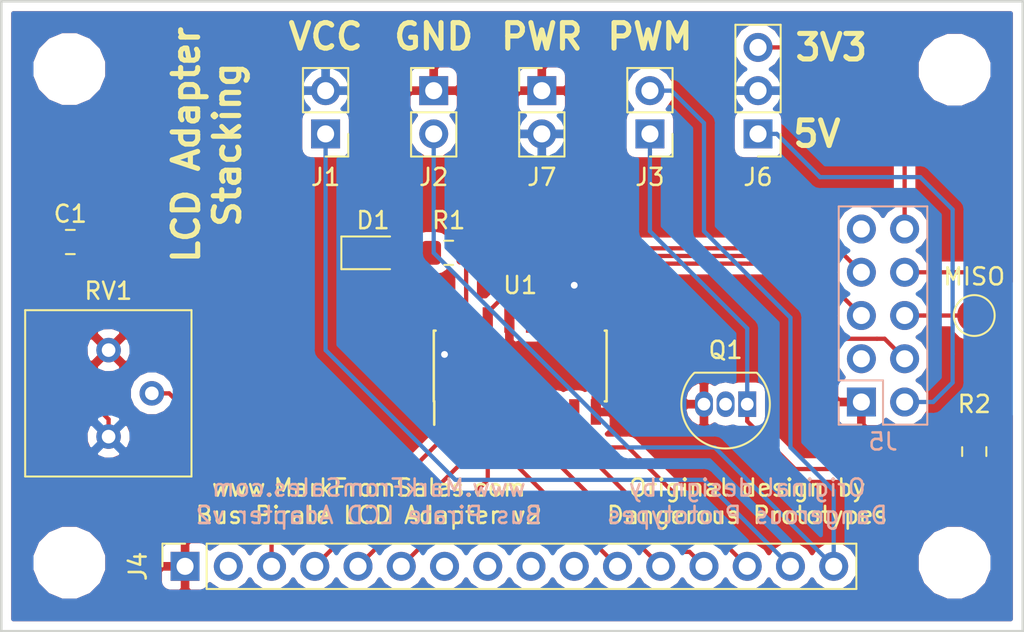
<source format=kicad_pcb>
(kicad_pcb (version 20171130) (host pcbnew "(5.0.2)-1")

  (general
    (thickness 1.6)
    (drawings 16)
    (tracks 94)
    (zones 0)
    (modules 19)
    (nets 24)
  )

  (page A4)
  (layers
    (0 F.Cu signal)
    (31 B.Cu signal)
    (32 B.Adhes user)
    (33 F.Adhes user)
    (34 B.Paste user)
    (35 F.Paste user)
    (36 B.SilkS user)
    (37 F.SilkS user)
    (38 B.Mask user)
    (39 F.Mask user)
    (40 Dwgs.User user)
    (41 Cmts.User user)
    (42 Eco1.User user)
    (43 Eco2.User user)
    (44 Edge.Cuts user)
    (45 Margin user)
    (46 B.CrtYd user)
    (47 F.CrtYd user)
    (48 B.Fab user hide)
    (49 F.Fab user hide)
  )

  (setup
    (last_trace_width 0.25)
    (trace_clearance 0.2)
    (zone_clearance 0.508)
    (zone_45_only no)
    (trace_min 0.2)
    (segment_width 0.2)
    (edge_width 0.15)
    (via_size 0.8)
    (via_drill 0.4)
    (via_min_size 0.4)
    (via_min_drill 0.3)
    (uvia_size 0.3)
    (uvia_drill 0.1)
    (uvias_allowed no)
    (uvia_min_size 0.2)
    (uvia_min_drill 0.1)
    (pcb_text_width 0.3)
    (pcb_text_size 1.5 1.5)
    (mod_edge_width 0.15)
    (mod_text_size 1 1)
    (mod_text_width 0.15)
    (pad_size 1.524 1.524)
    (pad_drill 0.762)
    (pad_to_mask_clearance 0.051)
    (solder_mask_min_width 0.25)
    (aux_axis_origin 0 0)
    (visible_elements 7FFFFFFF)
    (pcbplotparams
      (layerselection 0x010fc_ffffffff)
      (usegerberextensions false)
      (usegerberattributes false)
      (usegerberadvancedattributes false)
      (creategerberjobfile false)
      (excludeedgelayer true)
      (linewidth 0.100000)
      (plotframeref false)
      (viasonmask false)
      (mode 1)
      (useauxorigin false)
      (hpglpennumber 1)
      (hpglpenspeed 20)
      (hpglpendiameter 15.000000)
      (psnegative false)
      (psa4output false)
      (plotreference true)
      (plotvalue false)
      (plotinvisibletext false)
      (padsonsilk false)
      (subtractmaskfromsilk false)
      (outputformat 1)
      (mirror false)
      (drillshape 0)
      (scaleselection 1)
      (outputdirectory "Gerbers-Stk/"))
  )

  (net 0 "")
  (net 1 GND)
  (net 2 "Net-(D1-Pad2)")
  (net 3 "Net-(J1-Pad1)")
  (net 4 "Net-(J2-Pad2)")
  (net 5 "Net-(J3-Pad1)")
  (net 6 "Net-(J4-Pad3)")
  (net 7 "Net-(J4-Pad4)")
  (net 8 "Net-(J4-Pad5)")
  (net 9 "Net-(J4-Pad6)")
  (net 10 "Net-(J4-Pad11)")
  (net 11 "Net-(J4-Pad12)")
  (net 12 "Net-(J4-Pad13)")
  (net 13 "Net-(J4-Pad14)")
  (net 14 /SWV50)
  (net 15 /CLK)
  (net 16 /CS)
  (net 17 /MISO)
  (net 18 /MOSI)
  (net 19 /AUX)
  (net 20 /SWV33)
  (net 21 "Net-(Q1-Pad2)")
  (net 22 "Net-(R1-Pad1)")
  (net 23 VCC)

  (net_class Default "This is the default net class."
    (clearance 0.2)
    (trace_width 0.25)
    (via_dia 0.8)
    (via_drill 0.4)
    (uvia_dia 0.3)
    (uvia_drill 0.1)
    (add_net /AUX)
    (add_net /CLK)
    (add_net /CS)
    (add_net /MISO)
    (add_net /MOSI)
    (add_net /SWV33)
    (add_net /SWV50)
    (add_net GND)
    (add_net "Net-(D1-Pad2)")
    (add_net "Net-(J1-Pad1)")
    (add_net "Net-(J2-Pad2)")
    (add_net "Net-(J3-Pad1)")
    (add_net "Net-(J4-Pad11)")
    (add_net "Net-(J4-Pad12)")
    (add_net "Net-(J4-Pad13)")
    (add_net "Net-(J4-Pad14)")
    (add_net "Net-(J4-Pad3)")
    (add_net "Net-(J4-Pad4)")
    (add_net "Net-(J4-Pad5)")
    (add_net "Net-(J4-Pad6)")
    (add_net "Net-(Q1-Pad2)")
    (add_net "Net-(R1-Pad1)")
    (add_net VCC)
  )

  (module Capacitor_SMD:C_0805_2012Metric_Pad1.15x1.40mm_HandSolder (layer F.Cu) (tedit 5B36C52B) (tstamp 5C5DE64B)
    (at 131.055 78.74)
    (descr "Capacitor SMD 0805 (2012 Metric), square (rectangular) end terminal, IPC_7351 nominal with elongated pad for handsoldering. (Body size source: https://docs.google.com/spreadsheets/d/1BsfQQcO9C6DZCsRaXUlFlo91Tg2WpOkGARC1WS5S8t0/edit?usp=sharing), generated with kicad-footprint-generator")
    (tags "capacitor handsolder")
    (path /5C535C59)
    (attr smd)
    (fp_text reference C1 (at 0 -1.65) (layer F.SilkS)
      (effects (font (size 1 1) (thickness 0.15)))
    )
    (fp_text value C (at 0 1.65) (layer F.Fab)
      (effects (font (size 1 1) (thickness 0.15)))
    )
    (fp_line (start -1 0.6) (end -1 -0.6) (layer F.Fab) (width 0.1))
    (fp_line (start -1 -0.6) (end 1 -0.6) (layer F.Fab) (width 0.1))
    (fp_line (start 1 -0.6) (end 1 0.6) (layer F.Fab) (width 0.1))
    (fp_line (start 1 0.6) (end -1 0.6) (layer F.Fab) (width 0.1))
    (fp_line (start -0.261252 -0.71) (end 0.261252 -0.71) (layer F.SilkS) (width 0.12))
    (fp_line (start -0.261252 0.71) (end 0.261252 0.71) (layer F.SilkS) (width 0.12))
    (fp_line (start -1.85 0.95) (end -1.85 -0.95) (layer F.CrtYd) (width 0.05))
    (fp_line (start -1.85 -0.95) (end 1.85 -0.95) (layer F.CrtYd) (width 0.05))
    (fp_line (start 1.85 -0.95) (end 1.85 0.95) (layer F.CrtYd) (width 0.05))
    (fp_line (start 1.85 0.95) (end -1.85 0.95) (layer F.CrtYd) (width 0.05))
    (fp_text user %R (at 0 0) (layer F.Fab)
      (effects (font (size 0.5 0.5) (thickness 0.08)))
    )
    (pad 1 smd roundrect (at -1.025 0) (size 1.15 1.4) (layers F.Cu F.Paste F.Mask) (roundrect_rratio 0.217391)
      (net 23 VCC))
    (pad 2 smd roundrect (at 1.025 0) (size 1.15 1.4) (layers F.Cu F.Paste F.Mask) (roundrect_rratio 0.217391)
      (net 1 GND))
    (model ${KISYS3DMOD}/Capacitor_SMD.3dshapes/C_0805_2012Metric.wrl
      (at (xyz 0 0 0))
      (scale (xyz 1 1 1))
      (rotate (xyz 0 0 0))
    )
  )

  (module LED_SMD:LED_0805_2012Metric_Pad1.15x1.40mm_HandSolder (layer F.Cu) (tedit 5B4B45C9) (tstamp 5C5DE65E)
    (at 148.835 79.375)
    (descr "LED SMD 0805 (2012 Metric), square (rectangular) end terminal, IPC_7351 nominal, (Body size source: https://docs.google.com/spreadsheets/d/1BsfQQcO9C6DZCsRaXUlFlo91Tg2WpOkGARC1WS5S8t0/edit?usp=sharing), generated with kicad-footprint-generator")
    (tags "LED handsolder")
    (path /5C5430F2)
    (attr smd)
    (fp_text reference D1 (at 0 -1.905) (layer F.SilkS)
      (effects (font (size 1 1) (thickness 0.15)))
    )
    (fp_text value LED (at 0 1.65) (layer F.Fab)
      (effects (font (size 1 1) (thickness 0.15)))
    )
    (fp_line (start 1 -0.6) (end -0.7 -0.6) (layer F.Fab) (width 0.1))
    (fp_line (start -0.7 -0.6) (end -1 -0.3) (layer F.Fab) (width 0.1))
    (fp_line (start -1 -0.3) (end -1 0.6) (layer F.Fab) (width 0.1))
    (fp_line (start -1 0.6) (end 1 0.6) (layer F.Fab) (width 0.1))
    (fp_line (start 1 0.6) (end 1 -0.6) (layer F.Fab) (width 0.1))
    (fp_line (start 1 -0.96) (end -1.86 -0.96) (layer F.SilkS) (width 0.12))
    (fp_line (start -1.86 -0.96) (end -1.86 0.96) (layer F.SilkS) (width 0.12))
    (fp_line (start -1.86 0.96) (end 1 0.96) (layer F.SilkS) (width 0.12))
    (fp_line (start -1.85 0.95) (end -1.85 -0.95) (layer F.CrtYd) (width 0.05))
    (fp_line (start -1.85 -0.95) (end 1.85 -0.95) (layer F.CrtYd) (width 0.05))
    (fp_line (start 1.85 -0.95) (end 1.85 0.95) (layer F.CrtYd) (width 0.05))
    (fp_line (start 1.85 0.95) (end -1.85 0.95) (layer F.CrtYd) (width 0.05))
    (fp_text user %R (at 0 0) (layer F.Fab)
      (effects (font (size 0.5 0.5) (thickness 0.08)))
    )
    (pad 1 smd roundrect (at -1.025 0) (size 1.15 1.4) (layers F.Cu F.Paste F.Mask) (roundrect_rratio 0.217391)
      (net 1 GND))
    (pad 2 smd roundrect (at 1.025 0) (size 1.15 1.4) (layers F.Cu F.Paste F.Mask) (roundrect_rratio 0.217391)
      (net 2 "Net-(D1-Pad2)"))
    (model ${KISYS3DMOD}/LED_SMD.3dshapes/LED_0805_2012Metric.wrl
      (at (xyz 0 0 0))
      (scale (xyz 1 1 1))
      (rotate (xyz 0 0 0))
    )
  )

  (module Connector_PinHeader_2.54mm:PinHeader_1x02_P2.54mm_Vertical (layer F.Cu) (tedit 5C5210E6) (tstamp 5C5E01DC)
    (at 146.05 72.39 180)
    (descr "Through hole straight pin header, 1x02, 2.54mm pitch, single row")
    (tags "Through hole pin header THT 1x02 2.54mm single row")
    (path /5C546D70)
    (fp_text reference J1 (at 0 -2.54 180) (layer F.SilkS)
      (effects (font (size 1 1) (thickness 0.15)))
    )
    (fp_text value Jmp_Anode (at 0 4.87 180) (layer F.Fab)
      (effects (font (size 1 1) (thickness 0.15)))
    )
    (fp_text user %R (at 0 1.27 270) (layer F.Fab)
      (effects (font (size 1 1) (thickness 0.15)))
    )
    (fp_line (start 1.8 -1.8) (end -1.8 -1.8) (layer F.CrtYd) (width 0.05))
    (fp_line (start 1.8 4.35) (end 1.8 -1.8) (layer F.CrtYd) (width 0.05))
    (fp_line (start -1.8 4.35) (end 1.8 4.35) (layer F.CrtYd) (width 0.05))
    (fp_line (start -1.8 -1.8) (end -1.8 4.35) (layer F.CrtYd) (width 0.05))
    (fp_line (start -1.33 -1.33) (end 0 -1.33) (layer F.SilkS) (width 0.12))
    (fp_line (start -1.33 0) (end -1.33 -1.33) (layer F.SilkS) (width 0.12))
    (fp_line (start -1.33 1.27) (end 1.33 1.27) (layer F.SilkS) (width 0.12))
    (fp_line (start 1.33 1.27) (end 1.33 3.87) (layer F.SilkS) (width 0.12))
    (fp_line (start -1.33 1.27) (end -1.33 3.87) (layer F.SilkS) (width 0.12))
    (fp_line (start -1.33 3.87) (end 1.33 3.87) (layer F.SilkS) (width 0.12))
    (fp_line (start -1.27 -0.635) (end -0.635 -1.27) (layer F.Fab) (width 0.1))
    (fp_line (start -1.27 3.81) (end -1.27 -0.635) (layer F.Fab) (width 0.1))
    (fp_line (start 1.27 3.81) (end -1.27 3.81) (layer F.Fab) (width 0.1))
    (fp_line (start 1.27 -1.27) (end 1.27 3.81) (layer F.Fab) (width 0.1))
    (fp_line (start -0.635 -1.27) (end 1.27 -1.27) (layer F.Fab) (width 0.1))
    (pad 2 thru_hole oval (at 0 2.54 180) (size 1.7 1.7) (drill 1) (layers *.Cu *.Mask)
      (net 23 VCC))
    (pad 1 thru_hole rect (at 0 0 180) (size 1.7 1.7) (drill 1) (layers *.Cu *.Mask)
      (net 3 "Net-(J1-Pad1)"))
    (model ${KISYS3DMOD}/Connector_PinHeader_2.54mm.3dshapes/PinHeader_1x02_P2.54mm_Vertical.wrl
      (at (xyz 0 0 0))
      (scale (xyz 1 1 1))
      (rotate (xyz 0 0 0))
    )
  )

  (module Connector_PinHeader_2.54mm:PinHeader_1x02_P2.54mm_Vertical (layer F.Cu) (tedit 5C5210E9) (tstamp 5C5DE68A)
    (at 152.4 69.85)
    (descr "Through hole straight pin header, 1x02, 2.54mm pitch, single row")
    (tags "Through hole pin header THT 1x02 2.54mm single row")
    (path /5C546D14)
    (fp_text reference J2 (at 0 5.08) (layer F.SilkS)
      (effects (font (size 1 1) (thickness 0.15)))
    )
    (fp_text value Jmp_Cathode (at 0 4.87) (layer F.Fab)
      (effects (font (size 1 1) (thickness 0.15)))
    )
    (fp_line (start -0.635 -1.27) (end 1.27 -1.27) (layer F.Fab) (width 0.1))
    (fp_line (start 1.27 -1.27) (end 1.27 3.81) (layer F.Fab) (width 0.1))
    (fp_line (start 1.27 3.81) (end -1.27 3.81) (layer F.Fab) (width 0.1))
    (fp_line (start -1.27 3.81) (end -1.27 -0.635) (layer F.Fab) (width 0.1))
    (fp_line (start -1.27 -0.635) (end -0.635 -1.27) (layer F.Fab) (width 0.1))
    (fp_line (start -1.33 3.87) (end 1.33 3.87) (layer F.SilkS) (width 0.12))
    (fp_line (start -1.33 1.27) (end -1.33 3.87) (layer F.SilkS) (width 0.12))
    (fp_line (start 1.33 1.27) (end 1.33 3.87) (layer F.SilkS) (width 0.12))
    (fp_line (start -1.33 1.27) (end 1.33 1.27) (layer F.SilkS) (width 0.12))
    (fp_line (start -1.33 0) (end -1.33 -1.33) (layer F.SilkS) (width 0.12))
    (fp_line (start -1.33 -1.33) (end 0 -1.33) (layer F.SilkS) (width 0.12))
    (fp_line (start -1.8 -1.8) (end -1.8 4.35) (layer F.CrtYd) (width 0.05))
    (fp_line (start -1.8 4.35) (end 1.8 4.35) (layer F.CrtYd) (width 0.05))
    (fp_line (start 1.8 4.35) (end 1.8 -1.8) (layer F.CrtYd) (width 0.05))
    (fp_line (start 1.8 -1.8) (end -1.8 -1.8) (layer F.CrtYd) (width 0.05))
    (fp_text user %R (at 0 1.27 90) (layer F.Fab)
      (effects (font (size 1 1) (thickness 0.15)))
    )
    (pad 1 thru_hole rect (at 0 0) (size 1.7 1.7) (drill 1) (layers *.Cu *.Mask)
      (net 1 GND))
    (pad 2 thru_hole oval (at 0 2.54) (size 1.7 1.7) (drill 1) (layers *.Cu *.Mask)
      (net 4 "Net-(J2-Pad2)"))
    (model ${KISYS3DMOD}/Connector_PinHeader_2.54mm.3dshapes/PinHeader_1x02_P2.54mm_Vertical.wrl
      (at (xyz 0 0 0))
      (scale (xyz 1 1 1))
      (rotate (xyz 0 0 0))
    )
  )

  (module Connector_PinHeader_2.54mm:PinHeader_1x02_P2.54mm_Vertical (layer F.Cu) (tedit 59FED5CC) (tstamp 5C5E0627)
    (at 165.1 72.39 180)
    (descr "Through hole straight pin header, 1x02, 2.54mm pitch, single row")
    (tags "Through hole pin header THT 1x02 2.54mm single row")
    (path /5C5486F5)
    (fp_text reference J3 (at 0 -2.54 180) (layer F.SilkS)
      (effects (font (size 1 1) (thickness 0.15)))
    )
    (fp_text value Jmp_PWM (at 0 4.87 180) (layer F.Fab)
      (effects (font (size 1 1) (thickness 0.15)))
    )
    (fp_line (start -0.635 -1.27) (end 1.27 -1.27) (layer F.Fab) (width 0.1))
    (fp_line (start 1.27 -1.27) (end 1.27 3.81) (layer F.Fab) (width 0.1))
    (fp_line (start 1.27 3.81) (end -1.27 3.81) (layer F.Fab) (width 0.1))
    (fp_line (start -1.27 3.81) (end -1.27 -0.635) (layer F.Fab) (width 0.1))
    (fp_line (start -1.27 -0.635) (end -0.635 -1.27) (layer F.Fab) (width 0.1))
    (fp_line (start -1.33 3.87) (end 1.33 3.87) (layer F.SilkS) (width 0.12))
    (fp_line (start -1.33 1.27) (end -1.33 3.87) (layer F.SilkS) (width 0.12))
    (fp_line (start 1.33 1.27) (end 1.33 3.87) (layer F.SilkS) (width 0.12))
    (fp_line (start -1.33 1.27) (end 1.33 1.27) (layer F.SilkS) (width 0.12))
    (fp_line (start -1.33 0) (end -1.33 -1.33) (layer F.SilkS) (width 0.12))
    (fp_line (start -1.33 -1.33) (end 0 -1.33) (layer F.SilkS) (width 0.12))
    (fp_line (start -1.8 -1.8) (end -1.8 4.35) (layer F.CrtYd) (width 0.05))
    (fp_line (start -1.8 4.35) (end 1.8 4.35) (layer F.CrtYd) (width 0.05))
    (fp_line (start 1.8 4.35) (end 1.8 -1.8) (layer F.CrtYd) (width 0.05))
    (fp_line (start 1.8 -1.8) (end -1.8 -1.8) (layer F.CrtYd) (width 0.05))
    (fp_text user %R (at 0 1.27 270) (layer F.Fab)
      (effects (font (size 1 1) (thickness 0.15)))
    )
    (pad 1 thru_hole rect (at 0 0 180) (size 1.7 1.7) (drill 1) (layers *.Cu *.Mask)
      (net 5 "Net-(J3-Pad1)"))
    (pad 2 thru_hole oval (at 0 2.54 180) (size 1.7 1.7) (drill 1) (layers *.Cu *.Mask)
      (net 4 "Net-(J2-Pad2)"))
    (model ${KISYS3DMOD}/Connector_PinHeader_2.54mm.3dshapes/PinHeader_1x02_P2.54mm_Vertical.wrl
      (at (xyz 0 0 0))
      (scale (xyz 1 1 1))
      (rotate (xyz 0 0 0))
    )
  )

  (module Connector_PinSocket_2.54mm:PinSocket_1x16_P2.54mm_Vertical (layer F.Cu) (tedit 5A19A41E) (tstamp 5C5DE6C4)
    (at 137.795 97.79 90)
    (descr "Through hole straight socket strip, 1x16, 2.54mm pitch, single row (from Kicad 4.0.7), script generated")
    (tags "Through hole socket strip THT 1x16 2.54mm single row")
    (path /5C524AD3)
    (fp_text reference J4 (at 0 -2.77 90) (layer F.SilkS)
      (effects (font (size 1 1) (thickness 0.15)))
    )
    (fp_text value Conn_LCD (at 0 40.87 90) (layer F.Fab)
      (effects (font (size 1 1) (thickness 0.15)))
    )
    (fp_line (start -1.27 -1.27) (end 0.635 -1.27) (layer F.Fab) (width 0.1))
    (fp_line (start 0.635 -1.27) (end 1.27 -0.635) (layer F.Fab) (width 0.1))
    (fp_line (start 1.27 -0.635) (end 1.27 39.37) (layer F.Fab) (width 0.1))
    (fp_line (start 1.27 39.37) (end -1.27 39.37) (layer F.Fab) (width 0.1))
    (fp_line (start -1.27 39.37) (end -1.27 -1.27) (layer F.Fab) (width 0.1))
    (fp_line (start -1.33 1.27) (end 1.33 1.27) (layer F.SilkS) (width 0.12))
    (fp_line (start -1.33 1.27) (end -1.33 39.43) (layer F.SilkS) (width 0.12))
    (fp_line (start -1.33 39.43) (end 1.33 39.43) (layer F.SilkS) (width 0.12))
    (fp_line (start 1.33 1.27) (end 1.33 39.43) (layer F.SilkS) (width 0.12))
    (fp_line (start 1.33 -1.33) (end 1.33 0) (layer F.SilkS) (width 0.12))
    (fp_line (start 0 -1.33) (end 1.33 -1.33) (layer F.SilkS) (width 0.12))
    (fp_line (start -1.8 -1.8) (end 1.75 -1.8) (layer F.CrtYd) (width 0.05))
    (fp_line (start 1.75 -1.8) (end 1.75 39.9) (layer F.CrtYd) (width 0.05))
    (fp_line (start 1.75 39.9) (end -1.8 39.9) (layer F.CrtYd) (width 0.05))
    (fp_line (start -1.8 39.9) (end -1.8 -1.8) (layer F.CrtYd) (width 0.05))
    (fp_text user %R (at 0 19.05 180) (layer F.Fab)
      (effects (font (size 1 1) (thickness 0.15)))
    )
    (pad 1 thru_hole rect (at 0 0 90) (size 1.7 1.7) (drill 1) (layers *.Cu *.Mask)
      (net 1 GND))
    (pad 2 thru_hole oval (at 0 2.54 90) (size 1.7 1.7) (drill 1) (layers *.Cu *.Mask))
    (pad 3 thru_hole oval (at 0 5.08 90) (size 1.7 1.7) (drill 1) (layers *.Cu *.Mask)
      (net 6 "Net-(J4-Pad3)"))
    (pad 4 thru_hole oval (at 0 7.62 90) (size 1.7 1.7) (drill 1) (layers *.Cu *.Mask)
      (net 7 "Net-(J4-Pad4)"))
    (pad 5 thru_hole oval (at 0 10.16 90) (size 1.7 1.7) (drill 1) (layers *.Cu *.Mask)
      (net 8 "Net-(J4-Pad5)"))
    (pad 6 thru_hole oval (at 0 12.7 90) (size 1.7 1.7) (drill 1) (layers *.Cu *.Mask)
      (net 9 "Net-(J4-Pad6)"))
    (pad 7 thru_hole oval (at 0 15.24 90) (size 1.7 1.7) (drill 1) (layers *.Cu *.Mask))
    (pad 8 thru_hole oval (at 0 17.78 90) (size 1.7 1.7) (drill 1) (layers *.Cu *.Mask))
    (pad 9 thru_hole oval (at 0 20.32 90) (size 1.7 1.7) (drill 1) (layers *.Cu *.Mask))
    (pad 10 thru_hole oval (at 0 22.86 90) (size 1.7 1.7) (drill 1) (layers *.Cu *.Mask))
    (pad 11 thru_hole oval (at 0 25.4 90) (size 1.7 1.7) (drill 1) (layers *.Cu *.Mask)
      (net 10 "Net-(J4-Pad11)"))
    (pad 12 thru_hole oval (at 0 27.94 90) (size 1.7 1.7) (drill 1) (layers *.Cu *.Mask)
      (net 11 "Net-(J4-Pad12)"))
    (pad 13 thru_hole oval (at 0 30.48 90) (size 1.7 1.7) (drill 1) (layers *.Cu *.Mask)
      (net 12 "Net-(J4-Pad13)"))
    (pad 14 thru_hole oval (at 0 33.02 90) (size 1.7 1.7) (drill 1) (layers *.Cu *.Mask)
      (net 13 "Net-(J4-Pad14)"))
    (pad 15 thru_hole oval (at 0 35.56 90) (size 1.7 1.7) (drill 1) (layers *.Cu *.Mask)
      (net 3 "Net-(J1-Pad1)"))
    (pad 16 thru_hole oval (at 0 38.1 90) (size 1.7 1.7) (drill 1) (layers *.Cu *.Mask)
      (net 4 "Net-(J2-Pad2)"))
    (model ${KISYS3DMOD}/Connector_PinSocket_2.54mm.3dshapes/PinSocket_1x16_P2.54mm_Vertical.wrl
      (at (xyz 0 0 0))
      (scale (xyz 1 1 1))
      (rotate (xyz 0 0 0))
    )
  )

  (module Connector_PinHeader_2.54mm:PinHeader_2x05_P2.54mm_Vertical (layer B.Cu) (tedit 59FED5CC) (tstamp 5C5DF19D)
    (at 177.5206 88.138)
    (descr "Through hole straight pin header, 2x05, 2.54mm pitch, double rows")
    (tags "Through hole pin header THT 2x05 2.54mm double row")
    (path /5C524F97)
    (fp_text reference J5 (at 1.27 2.33) (layer B.SilkS)
      (effects (font (size 1 1) (thickness 0.15)) (justify mirror))
    )
    (fp_text value Conn_BusPirate (at 1.27 -12.49) (layer B.Fab)
      (effects (font (size 1 1) (thickness 0.15)) (justify mirror))
    )
    (fp_line (start 0 1.27) (end 3.81 1.27) (layer B.Fab) (width 0.1))
    (fp_line (start 3.81 1.27) (end 3.81 -11.43) (layer B.Fab) (width 0.1))
    (fp_line (start 3.81 -11.43) (end -1.27 -11.43) (layer B.Fab) (width 0.1))
    (fp_line (start -1.27 -11.43) (end -1.27 0) (layer B.Fab) (width 0.1))
    (fp_line (start -1.27 0) (end 0 1.27) (layer B.Fab) (width 0.1))
    (fp_line (start -1.33 -11.49) (end 3.87 -11.49) (layer B.SilkS) (width 0.12))
    (fp_line (start -1.33 -1.27) (end -1.33 -11.49) (layer B.SilkS) (width 0.12))
    (fp_line (start 3.87 1.33) (end 3.87 -11.49) (layer B.SilkS) (width 0.12))
    (fp_line (start -1.33 -1.27) (end 1.27 -1.27) (layer B.SilkS) (width 0.12))
    (fp_line (start 1.27 -1.27) (end 1.27 1.33) (layer B.SilkS) (width 0.12))
    (fp_line (start 1.27 1.33) (end 3.87 1.33) (layer B.SilkS) (width 0.12))
    (fp_line (start -1.33 0) (end -1.33 1.33) (layer B.SilkS) (width 0.12))
    (fp_line (start -1.33 1.33) (end 0 1.33) (layer B.SilkS) (width 0.12))
    (fp_line (start -1.8 1.8) (end -1.8 -11.95) (layer B.CrtYd) (width 0.05))
    (fp_line (start -1.8 -11.95) (end 4.35 -11.95) (layer B.CrtYd) (width 0.05))
    (fp_line (start 4.35 -11.95) (end 4.35 1.8) (layer B.CrtYd) (width 0.05))
    (fp_line (start 4.35 1.8) (end -1.8 1.8) (layer B.CrtYd) (width 0.05))
    (fp_text user %R (at 1.27 -5.08 -90) (layer B.Fab)
      (effects (font (size 1 1) (thickness 0.15)) (justify mirror))
    )
    (pad 1 thru_hole rect (at 0 0) (size 1.7 1.7) (drill 1) (layers *.Cu *.Mask)
      (net 1 GND))
    (pad 2 thru_hole oval (at 2.54 0) (size 1.7 1.7) (drill 1) (layers *.Cu *.Mask)
      (net 14 /SWV50))
    (pad 3 thru_hole oval (at 0 -2.54) (size 1.7 1.7) (drill 1) (layers *.Cu *.Mask))
    (pad 4 thru_hole oval (at 2.54 -2.54) (size 1.7 1.7) (drill 1) (layers *.Cu *.Mask)
      (net 15 /CLK))
    (pad 5 thru_hole oval (at 0 -5.08) (size 1.7 1.7) (drill 1) (layers *.Cu *.Mask)
      (net 16 /CS))
    (pad 6 thru_hole oval (at 2.54 -5.08) (size 1.7 1.7) (drill 1) (layers *.Cu *.Mask)
      (net 17 /MISO))
    (pad 7 thru_hole oval (at 0 -7.62) (size 1.7 1.7) (drill 1) (layers *.Cu *.Mask)
      (net 18 /MOSI))
    (pad 8 thru_hole oval (at 2.54 -7.62) (size 1.7 1.7) (drill 1) (layers *.Cu *.Mask)
      (net 19 /AUX))
    (pad 9 thru_hole oval (at 0 -10.16) (size 1.7 1.7) (drill 1) (layers *.Cu *.Mask))
    (pad 10 thru_hole oval (at 2.54 -10.16) (size 1.7 1.7) (drill 1) (layers *.Cu *.Mask)
      (net 20 /SWV33))
    (model ${KISYS3DMOD}/Connector_PinHeader_2.54mm.3dshapes/PinHeader_2x05_P2.54mm_Vertical.wrl
      (at (xyz 0 0 0))
      (scale (xyz 1 1 1))
      (rotate (xyz 0 0 0))
    )
  )

  (module Connector_PinHeader_2.54mm:PinHeader_1x03_P2.54mm_Vertical (layer F.Cu) (tedit 5C5210F6) (tstamp 5C5DE6FB)
    (at 171.45 72.39 180)
    (descr "Through hole straight pin header, 1x03, 2.54mm pitch, single row")
    (tags "Through hole pin header THT 1x03 2.54mm single row")
    (path /5C524833)
    (fp_text reference J6 (at 0 -2.54 180) (layer F.SilkS)
      (effects (font (size 1 1) (thickness 0.15)))
    )
    (fp_text value Power_Select (at 0 7.41 180) (layer F.Fab)
      (effects (font (size 1 1) (thickness 0.15)))
    )
    (fp_line (start -0.635 -1.27) (end 1.27 -1.27) (layer F.Fab) (width 0.1))
    (fp_line (start 1.27 -1.27) (end 1.27 6.35) (layer F.Fab) (width 0.1))
    (fp_line (start 1.27 6.35) (end -1.27 6.35) (layer F.Fab) (width 0.1))
    (fp_line (start -1.27 6.35) (end -1.27 -0.635) (layer F.Fab) (width 0.1))
    (fp_line (start -1.27 -0.635) (end -0.635 -1.27) (layer F.Fab) (width 0.1))
    (fp_line (start -1.33 6.41) (end 1.33 6.41) (layer F.SilkS) (width 0.12))
    (fp_line (start -1.33 1.27) (end -1.33 6.41) (layer F.SilkS) (width 0.12))
    (fp_line (start 1.33 1.27) (end 1.33 6.41) (layer F.SilkS) (width 0.12))
    (fp_line (start -1.33 1.27) (end 1.33 1.27) (layer F.SilkS) (width 0.12))
    (fp_line (start -1.33 0) (end -1.33 -1.33) (layer F.SilkS) (width 0.12))
    (fp_line (start -1.33 -1.33) (end 0 -1.33) (layer F.SilkS) (width 0.12))
    (fp_line (start -1.8 -1.8) (end -1.8 6.85) (layer F.CrtYd) (width 0.05))
    (fp_line (start -1.8 6.85) (end 1.8 6.85) (layer F.CrtYd) (width 0.05))
    (fp_line (start 1.8 6.85) (end 1.8 -1.8) (layer F.CrtYd) (width 0.05))
    (fp_line (start 1.8 -1.8) (end -1.8 -1.8) (layer F.CrtYd) (width 0.05))
    (fp_text user %R (at 0 2.54 270) (layer F.Fab)
      (effects (font (size 1 1) (thickness 0.15)))
    )
    (pad 1 thru_hole rect (at 0 0 180) (size 1.7 1.7) (drill 1) (layers *.Cu *.Mask)
      (net 14 /SWV50))
    (pad 2 thru_hole oval (at 0 2.54 180) (size 1.7 1.7) (drill 1) (layers *.Cu *.Mask)
      (net 23 VCC))
    (pad 3 thru_hole oval (at 0 5.08 180) (size 1.7 1.7) (drill 1) (layers *.Cu *.Mask)
      (net 20 /SWV33))
    (model ${KISYS3DMOD}/Connector_PinHeader_2.54mm.3dshapes/PinHeader_1x03_P2.54mm_Vertical.wrl
      (at (xyz 0 0 0))
      (scale (xyz 1 1 1))
      (rotate (xyz 0 0 0))
    )
  )

  (module Package_TO_SOT_THT:TO-92_Inline (layer F.Cu) (tedit 5A1DD157) (tstamp 5C5DE70D)
    (at 170.815 88.265 180)
    (descr "TO-92 leads in-line, narrow, oval pads, drill 0.75mm (see NXP sot054_po.pdf)")
    (tags "to-92 sc-43 sc-43a sot54 PA33 transistor")
    (path /5C54B134)
    (fp_text reference Q1 (at 1.27 3.175 180) (layer F.SilkS)
      (effects (font (size 1 1) (thickness 0.15)))
    )
    (fp_text value BC337 (at 1.27 2.79 180) (layer F.Fab)
      (effects (font (size 1 1) (thickness 0.15)))
    )
    (fp_text user %R (at 1.27 -3.56 180) (layer F.Fab)
      (effects (font (size 1 1) (thickness 0.15)))
    )
    (fp_line (start -0.53 1.85) (end 3.07 1.85) (layer F.SilkS) (width 0.12))
    (fp_line (start -0.5 1.75) (end 3 1.75) (layer F.Fab) (width 0.1))
    (fp_line (start -1.46 -2.73) (end 4 -2.73) (layer F.CrtYd) (width 0.05))
    (fp_line (start -1.46 -2.73) (end -1.46 2.01) (layer F.CrtYd) (width 0.05))
    (fp_line (start 4 2.01) (end 4 -2.73) (layer F.CrtYd) (width 0.05))
    (fp_line (start 4 2.01) (end -1.46 2.01) (layer F.CrtYd) (width 0.05))
    (fp_arc (start 1.27 0) (end 1.27 -2.48) (angle 135) (layer F.Fab) (width 0.1))
    (fp_arc (start 1.27 0) (end 1.27 -2.6) (angle -135) (layer F.SilkS) (width 0.12))
    (fp_arc (start 1.27 0) (end 1.27 -2.48) (angle -135) (layer F.Fab) (width 0.1))
    (fp_arc (start 1.27 0) (end 1.27 -2.6) (angle 135) (layer F.SilkS) (width 0.12))
    (pad 2 thru_hole oval (at 1.27 0 180) (size 1.05 1.5) (drill 0.75) (layers *.Cu *.Mask)
      (net 21 "Net-(Q1-Pad2)"))
    (pad 3 thru_hole oval (at 2.54 0 180) (size 1.05 1.5) (drill 0.75) (layers *.Cu *.Mask)
      (net 1 GND))
    (pad 1 thru_hole rect (at 0 0 180) (size 1.05 1.5) (drill 0.75) (layers *.Cu *.Mask)
      (net 5 "Net-(J3-Pad1)"))
    (model ${KISYS3DMOD}/Package_TO_SOT_THT.3dshapes/TO-92_Inline.wrl
      (at (xyz 0 0 0))
      (scale (xyz 1 1 1))
      (rotate (xyz 0 0 0))
    )
  )

  (module Resistor_SMD:R_0805_2012Metric_Pad1.15x1.40mm_HandSolder (layer F.Cu) (tedit 5B36C52B) (tstamp 5C5DE71E)
    (at 153.28 79.375 180)
    (descr "Resistor SMD 0805 (2012 Metric), square (rectangular) end terminal, IPC_7351 nominal with elongated pad for handsoldering. (Body size source: https://docs.google.com/spreadsheets/d/1BsfQQcO9C6DZCsRaXUlFlo91Tg2WpOkGARC1WS5S8t0/edit?usp=sharing), generated with kicad-footprint-generator")
    (tags "resistor handsolder")
    (path /5C54303E)
    (attr smd)
    (fp_text reference R1 (at 0 1.905 180) (layer F.SilkS)
      (effects (font (size 1 1) (thickness 0.15)))
    )
    (fp_text value 1K (at 0 1.65 180) (layer F.Fab)
      (effects (font (size 1 1) (thickness 0.15)))
    )
    (fp_line (start -1 0.6) (end -1 -0.6) (layer F.Fab) (width 0.1))
    (fp_line (start -1 -0.6) (end 1 -0.6) (layer F.Fab) (width 0.1))
    (fp_line (start 1 -0.6) (end 1 0.6) (layer F.Fab) (width 0.1))
    (fp_line (start 1 0.6) (end -1 0.6) (layer F.Fab) (width 0.1))
    (fp_line (start -0.261252 -0.71) (end 0.261252 -0.71) (layer F.SilkS) (width 0.12))
    (fp_line (start -0.261252 0.71) (end 0.261252 0.71) (layer F.SilkS) (width 0.12))
    (fp_line (start -1.85 0.95) (end -1.85 -0.95) (layer F.CrtYd) (width 0.05))
    (fp_line (start -1.85 -0.95) (end 1.85 -0.95) (layer F.CrtYd) (width 0.05))
    (fp_line (start 1.85 -0.95) (end 1.85 0.95) (layer F.CrtYd) (width 0.05))
    (fp_line (start 1.85 0.95) (end -1.85 0.95) (layer F.CrtYd) (width 0.05))
    (fp_text user %R (at 0 0 180) (layer F.Fab)
      (effects (font (size 0.5 0.5) (thickness 0.08)))
    )
    (pad 1 smd roundrect (at -1.025 0 180) (size 1.15 1.4) (layers F.Cu F.Paste F.Mask) (roundrect_rratio 0.217391)
      (net 22 "Net-(R1-Pad1)"))
    (pad 2 smd roundrect (at 1.025 0 180) (size 1.15 1.4) (layers F.Cu F.Paste F.Mask) (roundrect_rratio 0.217391)
      (net 2 "Net-(D1-Pad2)"))
    (model ${KISYS3DMOD}/Resistor_SMD.3dshapes/R_0805_2012Metric.wrl
      (at (xyz 0 0 0))
      (scale (xyz 1 1 1))
      (rotate (xyz 0 0 0))
    )
  )

  (module Resistor_SMD:R_0805_2012Metric_Pad1.15x1.40mm_HandSolder (layer F.Cu) (tedit 5B36C52B) (tstamp 5C5DE72F)
    (at 184.15 91.05 90)
    (descr "Resistor SMD 0805 (2012 Metric), square (rectangular) end terminal, IPC_7351 nominal with elongated pad for handsoldering. (Body size source: https://docs.google.com/spreadsheets/d/1BsfQQcO9C6DZCsRaXUlFlo91Tg2WpOkGARC1WS5S8t0/edit?usp=sharing), generated with kicad-footprint-generator")
    (tags "resistor handsolder")
    (path /5C54B038)
    (attr smd)
    (fp_text reference R2 (at 2.785 0 180) (layer F.SilkS)
      (effects (font (size 1 1) (thickness 0.15)))
    )
    (fp_text value 1K (at 0 1.65 90) (layer F.Fab)
      (effects (font (size 1 1) (thickness 0.15)))
    )
    (fp_text user %R (at 0 0 90) (layer F.Fab)
      (effects (font (size 0.5 0.5) (thickness 0.08)))
    )
    (fp_line (start 1.85 0.95) (end -1.85 0.95) (layer F.CrtYd) (width 0.05))
    (fp_line (start 1.85 -0.95) (end 1.85 0.95) (layer F.CrtYd) (width 0.05))
    (fp_line (start -1.85 -0.95) (end 1.85 -0.95) (layer F.CrtYd) (width 0.05))
    (fp_line (start -1.85 0.95) (end -1.85 -0.95) (layer F.CrtYd) (width 0.05))
    (fp_line (start -0.261252 0.71) (end 0.261252 0.71) (layer F.SilkS) (width 0.12))
    (fp_line (start -0.261252 -0.71) (end 0.261252 -0.71) (layer F.SilkS) (width 0.12))
    (fp_line (start 1 0.6) (end -1 0.6) (layer F.Fab) (width 0.1))
    (fp_line (start 1 -0.6) (end 1 0.6) (layer F.Fab) (width 0.1))
    (fp_line (start -1 -0.6) (end 1 -0.6) (layer F.Fab) (width 0.1))
    (fp_line (start -1 0.6) (end -1 -0.6) (layer F.Fab) (width 0.1))
    (pad 2 smd roundrect (at 1.025 0 90) (size 1.15 1.4) (layers F.Cu F.Paste F.Mask) (roundrect_rratio 0.217391)
      (net 19 /AUX))
    (pad 1 smd roundrect (at -1.025 0 90) (size 1.15 1.4) (layers F.Cu F.Paste F.Mask) (roundrect_rratio 0.217391)
      (net 21 "Net-(Q1-Pad2)"))
    (model ${KISYS3DMOD}/Resistor_SMD.3dshapes/R_0805_2012Metric.wrl
      (at (xyz 0 0 0))
      (scale (xyz 1 1 1))
      (rotate (xyz 0 0 0))
    )
  )

  (module Potentiometer_THT:Potentiometer_Bourns_3386P_Vertical (layer F.Cu) (tedit 5AA07388) (tstamp 5C5DE746)
    (at 133.303001 90.17)
    (descr "Potentiometer, vertical, Bourns 3386P, https://www.bourns.com/pdfs/3386.pdf")
    (tags "Potentiometer vertical Bourns 3386P")
    (path /5C528562)
    (fp_text reference RV1 (at -0.015 -8.555) (layer F.SilkS)
      (effects (font (size 1 1) (thickness 0.15)))
    )
    (fp_text value 10K (at -0.015 3.475) (layer F.Fab)
      (effects (font (size 1 1) (thickness 0.15)))
    )
    (fp_circle (center -0.891 -2.54) (end 0.684 -2.54) (layer F.Fab) (width 0.1))
    (fp_line (start -4.78 -7.305) (end -4.78 2.225) (layer F.Fab) (width 0.1))
    (fp_line (start -4.78 2.225) (end 4.75 2.225) (layer F.Fab) (width 0.1))
    (fp_line (start 4.75 2.225) (end 4.75 -7.305) (layer F.Fab) (width 0.1))
    (fp_line (start 4.75 -7.305) (end -4.78 -7.305) (layer F.Fab) (width 0.1))
    (fp_line (start -0.891 -0.98) (end -0.89 -4.099) (layer F.Fab) (width 0.1))
    (fp_line (start -0.891 -0.98) (end -0.89 -4.099) (layer F.Fab) (width 0.1))
    (fp_line (start -4.9 -7.425) (end 4.87 -7.425) (layer F.SilkS) (width 0.12))
    (fp_line (start -4.9 2.345) (end 4.87 2.345) (layer F.SilkS) (width 0.12))
    (fp_line (start -4.9 -7.425) (end -4.9 2.345) (layer F.SilkS) (width 0.12))
    (fp_line (start 4.87 -7.425) (end 4.87 2.345) (layer F.SilkS) (width 0.12))
    (fp_line (start -5.03 -7.56) (end -5.03 2.48) (layer F.CrtYd) (width 0.05))
    (fp_line (start -5.03 2.48) (end 5 2.48) (layer F.CrtYd) (width 0.05))
    (fp_line (start 5 2.48) (end 5 -7.56) (layer F.CrtYd) (width 0.05))
    (fp_line (start 5 -7.56) (end -5.03 -7.56) (layer F.CrtYd) (width 0.05))
    (fp_text user %R (at -3.78 -2.54 90) (layer F.Fab)
      (effects (font (size 1 1) (thickness 0.15)))
    )
    (pad 3 thru_hole circle (at 0 -5.08) (size 1.44 1.44) (drill 0.8) (layers *.Cu *.Mask)
      (net 1 GND))
    (pad 2 thru_hole circle (at 2.54 -2.54) (size 1.44 1.44) (drill 0.8) (layers *.Cu *.Mask)
      (net 6 "Net-(J4-Pad3)"))
    (pad 1 thru_hole circle (at 0 0) (size 1.44 1.44) (drill 0.8) (layers *.Cu *.Mask)
      (net 23 VCC))
    (model ${KISYS3DMOD}/Potentiometer_THT.3dshapes/Potentiometer_Bourns_3386P_Vertical.wrl
      (at (xyz 0 0 0))
      (scale (xyz 1 1 1))
      (rotate (xyz 0 0 0))
    )
  )

  (module TestPoint:TestPoint_Pad_D2.0mm (layer F.Cu) (tedit 5C5127B7) (tstamp 5C5DE74E)
    (at 184.15 83.058)
    (descr "SMD pad as test Point, diameter 2.0mm")
    (tags "test point SMD pad")
    (path /5C53814E)
    (attr virtual)
    (fp_text reference TP1 (at 0.254 2.286) (layer F.SilkS) hide
      (effects (font (size 1 1) (thickness 0.15)))
    )
    (fp_text value TestPoint (at 0 2.05) (layer F.Fab)
      (effects (font (size 1 1) (thickness 0.15)))
    )
    (fp_text user %R (at 0 -2) (layer F.Fab)
      (effects (font (size 1 1) (thickness 0.15)))
    )
    (fp_circle (center 0 0) (end 1.5 0) (layer F.CrtYd) (width 0.05))
    (fp_circle (center 0 0) (end 0 1.2) (layer F.SilkS) (width 0.12))
    (pad 1 smd circle (at 0 0) (size 2 2) (layers F.Cu F.Mask)
      (net 17 /MISO))
  )

  (module Package_SO:SOIC-16_3.9x9.9mm_P1.27mm (layer F.Cu) (tedit 5A02F2D3) (tstamp 5C5DE773)
    (at 157.48 86.0222 90)
    (descr "16-Lead Plastic Small Outline (SL) - Narrow, 3.90 mm Body [SOIC] (see Microchip Packaging Specification 00000049BS.pdf)")
    (tags "SOIC 1.27")
    (path /5C528A0B)
    (attr smd)
    (fp_text reference U1 (at 4.7422 0 180) (layer F.SilkS)
      (effects (font (size 1 1) (thickness 0.15)))
    )
    (fp_text value 74HCT595 (at 0 6 90) (layer F.Fab)
      (effects (font (size 1 1) (thickness 0.15)))
    )
    (fp_text user %R (at 0 0 90) (layer F.Fab)
      (effects (font (size 0.9 0.9) (thickness 0.135)))
    )
    (fp_line (start -0.95 -4.95) (end 1.95 -4.95) (layer F.Fab) (width 0.15))
    (fp_line (start 1.95 -4.95) (end 1.95 4.95) (layer F.Fab) (width 0.15))
    (fp_line (start 1.95 4.95) (end -1.95 4.95) (layer F.Fab) (width 0.15))
    (fp_line (start -1.95 4.95) (end -1.95 -3.95) (layer F.Fab) (width 0.15))
    (fp_line (start -1.95 -3.95) (end -0.95 -4.95) (layer F.Fab) (width 0.15))
    (fp_line (start -3.7 -5.25) (end -3.7 5.25) (layer F.CrtYd) (width 0.05))
    (fp_line (start 3.7 -5.25) (end 3.7 5.25) (layer F.CrtYd) (width 0.05))
    (fp_line (start -3.7 -5.25) (end 3.7 -5.25) (layer F.CrtYd) (width 0.05))
    (fp_line (start -3.7 5.25) (end 3.7 5.25) (layer F.CrtYd) (width 0.05))
    (fp_line (start -2.075 -5.075) (end -2.075 -5.05) (layer F.SilkS) (width 0.15))
    (fp_line (start 2.075 -5.075) (end 2.075 -4.97) (layer F.SilkS) (width 0.15))
    (fp_line (start 2.075 5.075) (end 2.075 4.97) (layer F.SilkS) (width 0.15))
    (fp_line (start -2.075 5.075) (end -2.075 4.97) (layer F.SilkS) (width 0.15))
    (fp_line (start -2.075 -5.075) (end 2.075 -5.075) (layer F.SilkS) (width 0.15))
    (fp_line (start -2.075 5.075) (end 2.075 5.075) (layer F.SilkS) (width 0.15))
    (fp_line (start -2.075 -5.05) (end -3.45 -5.05) (layer F.SilkS) (width 0.15))
    (pad 1 smd rect (at -2.7 -4.445 90) (size 1.5 0.6) (layers F.Cu F.Paste F.Mask)
      (net 7 "Net-(J4-Pad4)"))
    (pad 2 smd rect (at -2.7 -3.175 90) (size 1.5 0.6) (layers F.Cu F.Paste F.Mask)
      (net 8 "Net-(J4-Pad5)"))
    (pad 3 smd rect (at -2.7 -1.905 90) (size 1.5 0.6) (layers F.Cu F.Paste F.Mask)
      (net 9 "Net-(J4-Pad6)"))
    (pad 4 smd rect (at -2.7 -0.635 90) (size 1.5 0.6) (layers F.Cu F.Paste F.Mask)
      (net 10 "Net-(J4-Pad11)"))
    (pad 5 smd rect (at -2.7 0.635 90) (size 1.5 0.6) (layers F.Cu F.Paste F.Mask)
      (net 11 "Net-(J4-Pad12)"))
    (pad 6 smd rect (at -2.7 1.905 90) (size 1.5 0.6) (layers F.Cu F.Paste F.Mask)
      (net 12 "Net-(J4-Pad13)"))
    (pad 7 smd rect (at -2.7 3.175 90) (size 1.5 0.6) (layers F.Cu F.Paste F.Mask)
      (net 13 "Net-(J4-Pad14)"))
    (pad 8 smd rect (at -2.7 4.445 90) (size 1.5 0.6) (layers F.Cu F.Paste F.Mask)
      (net 1 GND))
    (pad 9 smd rect (at 2.7 4.445 90) (size 1.5 0.6) (layers F.Cu F.Paste F.Mask))
    (pad 10 smd rect (at 2.7 3.175 90) (size 1.5 0.6) (layers F.Cu F.Paste F.Mask)
      (net 23 VCC))
    (pad 11 smd rect (at 2.7 1.905 90) (size 1.5 0.6) (layers F.Cu F.Paste F.Mask)
      (net 15 /CLK))
    (pad 12 smd rect (at 2.7 0.635 90) (size 1.5 0.6) (layers F.Cu F.Paste F.Mask)
      (net 16 /CS))
    (pad 13 smd rect (at 2.7 -0.635 90) (size 1.5 0.6) (layers F.Cu F.Paste F.Mask)
      (net 1 GND))
    (pad 14 smd rect (at 2.7 -1.905 90) (size 1.5 0.6) (layers F.Cu F.Paste F.Mask)
      (net 18 /MOSI))
    (pad 15 smd rect (at 2.7 -3.175 90) (size 1.5 0.6) (layers F.Cu F.Paste F.Mask)
      (net 22 "Net-(R1-Pad1)"))
    (pad 16 smd rect (at 2.7 -4.445 90) (size 1.5 0.6) (layers F.Cu F.Paste F.Mask)
      (net 23 VCC))
    (model ${KISYS3DMOD}/Package_SO.3dshapes/SOIC-16_3.9x9.9mm_P1.27mm.wrl
      (at (xyz 0 0 0))
      (scale (xyz 1 1 1))
      (rotate (xyz 0 0 0))
    )
  )

  (module MountingHole:MountingHole_3.2mm_M3 (layer F.Cu) (tedit 5C512375) (tstamp 5C5DEB49)
    (at 131 68.58)
    (descr "Mounting Hole 3.2mm, no annular, M3")
    (tags "mounting hole 3.2mm no annular m3")
    (path /5C554702)
    (attr virtual)
    (fp_text reference H1 (at 0 4.572) (layer F.SilkS) hide
      (effects (font (size 1 1) (thickness 0.15)))
    )
    (fp_text value MountingHole (at 0 4.2) (layer F.Fab)
      (effects (font (size 1 1) (thickness 0.15)))
    )
    (fp_circle (center 0 0) (end 3.45 0) (layer F.CrtYd) (width 0.05))
    (fp_circle (center 0 0) (end 3.2 0) (layer Cmts.User) (width 0.15))
    (fp_text user %R (at 0.3 0) (layer F.Fab)
      (effects (font (size 1 1) (thickness 0.15)))
    )
    (pad 1 np_thru_hole circle (at 0 0) (size 3.2 3.2) (drill 3.2) (layers *.Cu *.Mask))
  )

  (module MountingHole:MountingHole_3.2mm_M3 (layer F.Cu) (tedit 5C51237F) (tstamp 5C5DEB51)
    (at 182.9948 68.6176)
    (descr "Mounting Hole 3.2mm, no annular, M3")
    (tags "mounting hole 3.2mm no annular m3")
    (path /5C5559EE)
    (attr virtual)
    (fp_text reference H2 (at 0 4.5344) (layer F.SilkS) hide
      (effects (font (size 1 1) (thickness 0.15)))
    )
    (fp_text value MountingHole (at 0 4.2) (layer F.Fab)
      (effects (font (size 1 1) (thickness 0.15)))
    )
    (fp_text user %R (at 0.3 0) (layer F.Fab)
      (effects (font (size 1 1) (thickness 0.15)))
    )
    (fp_circle (center 0 0) (end 3.2 0) (layer Cmts.User) (width 0.15))
    (fp_circle (center 0 0) (end 3.45 0) (layer F.CrtYd) (width 0.05))
    (pad 1 np_thru_hole circle (at 0 0) (size 3.2 3.2) (drill 3.2) (layers *.Cu *.Mask))
  )

  (module MountingHole:MountingHole_3.2mm_M3 (layer F.Cu) (tedit 5C51238A) (tstamp 5C5DEC35)
    (at 131 97.5746)
    (descr "Mounting Hole 3.2mm, no annular, M3")
    (tags "mounting hole 3.2mm no annular m3")
    (path /5C555A82)
    (attr virtual)
    (fp_text reference H3 (at 0 -4.2) (layer F.SilkS) hide
      (effects (font (size 1 1) (thickness 0.15)))
    )
    (fp_text value MountingHole (at 0 4.2) (layer F.Fab)
      (effects (font (size 1 1) (thickness 0.15)))
    )
    (fp_circle (center 0 0) (end 3.45 0) (layer F.CrtYd) (width 0.05))
    (fp_circle (center 0 0) (end 3.2 0) (layer Cmts.User) (width 0.15))
    (fp_text user %R (at 0.3 0) (layer F.Fab)
      (effects (font (size 1 1) (thickness 0.15)))
    )
    (pad 1 np_thru_hole circle (at 0 0) (size 3.2 3.2) (drill 3.2) (layers *.Cu *.Mask))
  )

  (module MountingHole:MountingHole_3.2mm_M3 (layer F.Cu) (tedit 5C51238E) (tstamp 5C5DEB61)
    (at 182.9948 97.5746)
    (descr "Mounting Hole 3.2mm, no annular, M3")
    (tags "mounting hole 3.2mm no annular m3")
    (path /5C555ABA)
    (attr virtual)
    (fp_text reference H4 (at 0 -4.2) (layer F.SilkS) hide
      (effects (font (size 1 1) (thickness 0.15)))
    )
    (fp_text value MountingHole (at 0 4.2) (layer F.Fab)
      (effects (font (size 1 1) (thickness 0.15)))
    )
    (fp_text user %R (at 0.3 0) (layer F.Fab)
      (effects (font (size 1 1) (thickness 0.15)))
    )
    (fp_circle (center 0 0) (end 3.2 0) (layer Cmts.User) (width 0.15))
    (fp_circle (center 0 0) (end 3.45 0) (layer F.CrtYd) (width 0.05))
    (pad 1 np_thru_hole circle (at 0 0) (size 3.2 3.2) (drill 3.2) (layers *.Cu *.Mask))
  )

  (module Connector_PinHeader_2.54mm:PinHeader_1x02_P2.54mm_Vertical (layer F.Cu) (tedit 5C5210EC) (tstamp 5C5DF2B5)
    (at 158.75 69.85)
    (descr "Through hole straight pin header, 1x02, 2.54mm pitch, single row")
    (tags "Through hole pin header THT 1x02 2.54mm single row")
    (path /5C555E1A)
    (fp_text reference J7 (at 0 5.08) (layer F.SilkS)
      (effects (font (size 1 1) (thickness 0.15)))
    )
    (fp_text value Conn_Pwr (at 0 4.87) (layer F.Fab)
      (effects (font (size 1 1) (thickness 0.15)))
    )
    (fp_line (start -0.635 -1.27) (end 1.27 -1.27) (layer F.Fab) (width 0.1))
    (fp_line (start 1.27 -1.27) (end 1.27 3.81) (layer F.Fab) (width 0.1))
    (fp_line (start 1.27 3.81) (end -1.27 3.81) (layer F.Fab) (width 0.1))
    (fp_line (start -1.27 3.81) (end -1.27 -0.635) (layer F.Fab) (width 0.1))
    (fp_line (start -1.27 -0.635) (end -0.635 -1.27) (layer F.Fab) (width 0.1))
    (fp_line (start -1.33 3.87) (end 1.33 3.87) (layer F.SilkS) (width 0.12))
    (fp_line (start -1.33 1.27) (end -1.33 3.87) (layer F.SilkS) (width 0.12))
    (fp_line (start 1.33 1.27) (end 1.33 3.87) (layer F.SilkS) (width 0.12))
    (fp_line (start -1.33 1.27) (end 1.33 1.27) (layer F.SilkS) (width 0.12))
    (fp_line (start -1.33 0) (end -1.33 -1.33) (layer F.SilkS) (width 0.12))
    (fp_line (start -1.33 -1.33) (end 0 -1.33) (layer F.SilkS) (width 0.12))
    (fp_line (start -1.8 -1.8) (end -1.8 4.35) (layer F.CrtYd) (width 0.05))
    (fp_line (start -1.8 4.35) (end 1.8 4.35) (layer F.CrtYd) (width 0.05))
    (fp_line (start 1.8 4.35) (end 1.8 -1.8) (layer F.CrtYd) (width 0.05))
    (fp_line (start 1.8 -1.8) (end -1.8 -1.8) (layer F.CrtYd) (width 0.05))
    (fp_text user %R (at 0 1.27 90) (layer F.Fab)
      (effects (font (size 1 1) (thickness 0.15)))
    )
    (pad 1 thru_hole rect (at 0 0) (size 1.7 1.7) (drill 1) (layers *.Cu *.Mask)
      (net 1 GND))
    (pad 2 thru_hole oval (at 0 2.54) (size 1.7 1.7) (drill 1) (layers *.Cu *.Mask)
      (net 23 VCC))
    (model ${KISYS3DMOD}/Connector_PinHeader_2.54mm.3dshapes/PinHeader_1x02_P2.54mm_Vertical.wrl
      (at (xyz 0 0 0))
      (scale (xyz 1 1 1))
      (rotate (xyz 0 0 0))
    )
  )

  (gr_text "LCD Adapter\nStacking" (at 139.065 73.025 90) (layer F.SilkS) (tstamp 5C521961)
    (effects (font (size 1.5 1.5) (thickness 0.3)))
  )
  (gr_text "www.MarkFromSales.com\nBus Pirate LCD Adapter v2" (at 148.59 93.98) (layer B.SilkS) (tstamp 5C52194A)
    (effects (font (size 1 1) (thickness 0.15)) (justify mirror))
  )
  (gr_text "Original design by\nDangerous Prototypes" (at 170.815 93.98) (layer B.SilkS) (tstamp 5C521949)
    (effects (font (size 1 1) (thickness 0.15)) (justify mirror))
  )
  (gr_text "Original design by\nDangerous Prototypes" (at 170.815 93.98) (layer F.SilkS)
    (effects (font (size 1 1) (thickness 0.15)))
  )
  (gr_text "www.MarkFromSales.com\nBus Pirate LCD Adapter v2" (at 148.59 93.98) (layer F.SilkS)
    (effects (font (size 1 1) (thickness 0.15)))
  )
  (gr_text PWR (at 158.75 66.675) (layer F.SilkS)
    (effects (font (size 1.5 1.5) (thickness 0.3)))
  )
  (gr_text MISO (at 184.15 80.772) (layer F.SilkS)
    (effects (font (size 1 1) (thickness 0.15)))
  )
  (gr_text 3V3 (at 173.482 67.31) (layer F.SilkS)
    (effects (font (size 1.5 1.5) (thickness 0.3)) (justify left))
  )
  (gr_text 5V (at 173.355 72.39) (layer F.SilkS)
    (effects (font (size 1.5 1.5) (thickness 0.3)) (justify left))
  )
  (gr_text PWM (at 165.1 66.675) (layer F.SilkS)
    (effects (font (size 1.5 1.5) (thickness 0.3)))
  )
  (gr_text GND (at 152.4 66.675) (layer F.SilkS)
    (effects (font (size 1.5 1.5) (thickness 0.3)))
  )
  (gr_text VCC (at 146.05 66.675) (layer F.SilkS)
    (effects (font (size 1.5 1.5) (thickness 0.3)))
  )
  (gr_line (start 127 64.6) (end 187 64.6) (layer Edge.Cuts) (width 0.15) (tstamp 5C5DEB19))
  (gr_line (start 127 101.6) (end 187 101.6) (layer Edge.Cuts) (width 0.15))
  (gr_line (start 187 64.6) (end 187 101.6) (layer Edge.Cuts) (width 0.15) (tstamp 5C5DEB05))
  (gr_line (start 127 64.6) (end 127 101.6) (layer Edge.Cuts) (width 0.15))

  (segment (start 149.86 79.375) (end 152.255 79.375) (width 0.25) (layer F.Cu) (net 2))
  (segment (start 173.355 97.79) (end 168.275 92.71) (width 0.25) (layer B.Cu) (net 3))
  (segment (start 168.275 92.71) (end 153.67 92.71) (width 0.25) (layer B.Cu) (net 3))
  (segment (start 146.05 85.09) (end 146.05 72.39) (width 0.25) (layer B.Cu) (net 3))
  (segment (start 153.67 92.71) (end 146.05 85.09) (width 0.25) (layer B.Cu) (net 3))
  (segment (start 152.4 79.375) (end 152.4 72.39) (width 0.25) (layer B.Cu) (net 4))
  (segment (start 175.895 97.79) (end 175.895 93.345) (width 0.25) (layer B.Cu) (net 4))
  (segment (start 175.895 93.345) (end 173.355 90.805) (width 0.25) (layer B.Cu) (net 4))
  (segment (start 173.355 83.185) (end 168.275 78.105) (width 0.25) (layer B.Cu) (net 4))
  (segment (start 173.355 90.805) (end 173.355 83.185) (width 0.25) (layer B.Cu) (net 4))
  (segment (start 168.275 78.105) (end 168.275 71.755) (width 0.25) (layer B.Cu) (net 4))
  (segment (start 166.37 69.85) (end 165.1 69.85) (width 0.25) (layer B.Cu) (net 4))
  (segment (start 168.275 71.755) (end 166.37 69.85) (width 0.25) (layer B.Cu) (net 4))
  (segment (start 168.91 90.805) (end 163.83 90.805) (width 0.25) (layer B.Cu) (net 4))
  (segment (start 175.895 97.79) (end 168.91 90.805) (width 0.25) (layer B.Cu) (net 4))
  (segment (start 163.83 90.805) (end 152.4 79.375) (width 0.25) (layer B.Cu) (net 4))
  (segment (start 165.1 72.39) (end 165.1 78.105) (width 0.25) (layer B.Cu) (net 5))
  (segment (start 170.815 88.265) (end 170.815 83.82) (width 0.25) (layer B.Cu) (net 5))
  (segment (start 165.1 78.105) (end 170.815 83.82) (width 0.25) (layer B.Cu) (net 5))
  (segment (start 142.875 96.587919) (end 142.875 97.79) (width 0.25) (layer F.Cu) (net 6))
  (segment (start 142.875 93.643766) (end 142.875 96.587919) (width 0.25) (layer F.Cu) (net 6))
  (segment (start 136.861234 87.63) (end 142.875 93.643766) (width 0.25) (layer F.Cu) (net 6))
  (segment (start 135.843001 87.63) (end 136.861234 87.63) (width 0.25) (layer F.Cu) (net 6))
  (segment (start 153.035 90.17) (end 153.035 88.7222) (width 0.25) (layer F.Cu) (net 7))
  (segment (start 145.415 97.79) (end 153.035 90.17) (width 0.25) (layer F.Cu) (net 7))
  (segment (start 154.305 91.44) (end 154.305 88.7222) (width 0.25) (layer F.Cu) (net 8))
  (segment (start 147.955 97.79) (end 154.305 91.44) (width 0.25) (layer F.Cu) (net 8))
  (segment (start 155.575 92.71) (end 155.575 88.7222) (width 0.25) (layer F.Cu) (net 9))
  (segment (start 150.495 97.79) (end 155.575 92.71) (width 0.25) (layer F.Cu) (net 9))
  (segment (start 156.845 91.44) (end 156.845 88.7222) (width 0.25) (layer F.Cu) (net 10))
  (segment (start 163.195 97.79) (end 156.845 91.44) (width 0.25) (layer F.Cu) (net 10))
  (segment (start 158.115 90.17) (end 158.115 88.7222) (width 0.25) (layer F.Cu) (net 11))
  (segment (start 165.735 97.79) (end 158.115 90.17) (width 0.25) (layer F.Cu) (net 11))
  (segment (start 159.385 89.1722) (end 159.385 88.7222) (width 0.25) (layer F.Cu) (net 12))
  (segment (start 167.152801 96.940001) (end 159.385 89.1722) (width 0.25) (layer F.Cu) (net 12))
  (segment (start 167.425001 96.940001) (end 167.152801 96.940001) (width 0.25) (layer F.Cu) (net 12))
  (segment (start 168.275 97.79) (end 167.425001 96.940001) (width 0.25) (layer F.Cu) (net 12))
  (segment (start 160.655 89.1722) (end 160.655 88.7222) (width 0.25) (layer F.Cu) (net 13))
  (segment (start 162.2878 90.805) (end 160.655 89.1722) (width 0.25) (layer F.Cu) (net 13))
  (segment (start 163.83 90.805) (end 162.2878 90.805) (width 0.25) (layer F.Cu) (net 13))
  (segment (start 170.815 97.79) (end 163.83 90.805) (width 0.25) (layer F.Cu) (net 13))
  (segment (start 172.55 72.39) (end 175.09 74.93) (width 0.25) (layer B.Cu) (net 14))
  (segment (start 171.45 72.39) (end 172.55 72.39) (width 0.25) (layer B.Cu) (net 14))
  (segment (start 175.09 74.93) (end 179.07 74.93) (width 0.25) (layer B.Cu) (net 14))
  (segment (start 179.07 74.93) (end 180.975 74.93) (width 0.25) (layer B.Cu) (net 14))
  (segment (start 180.975 74.93) (end 182.88 76.835) (width 0.25) (layer B.Cu) (net 14))
  (segment (start 182.88 76.835) (end 182.88 85.3186) (width 0.25) (layer B.Cu) (net 14))
  (segment (start 182.88 85.3186) (end 182.88 86.995) (width 0.25) (layer B.Cu) (net 14))
  (segment (start 181.737 88.138) (end 182.245 87.63) (width 0.25) (layer B.Cu) (net 14))
  (segment (start 180.0606 88.138) (end 181.737 88.138) (width 0.25) (layer B.Cu) (net 14))
  (segment (start 182.88 86.995) (end 182.245 87.63) (width 0.25) (layer B.Cu) (net 14))
  (segment (start 159.385 83.185) (end 159.385 83.3222) (width 0.25) (layer F.Cu) (net 15))
  (segment (start 159.385 83.3222) (end 159.385 81.28) (width 0.25) (layer F.Cu) (net 15))
  (segment (start 159.385 81.28) (end 160.655 80.01) (width 0.25) (layer F.Cu) (net 15))
  (segment (start 160.655 80.01) (end 170.815 80.01) (width 0.25) (layer F.Cu) (net 15))
  (segment (start 170.815 80.01) (end 172.085 80.01) (width 0.25) (layer F.Cu) (net 15))
  (segment (start 172.085 80.01) (end 176.497999 84.422999) (width 0.25) (layer F.Cu) (net 15))
  (segment (start 178.885599 84.422999) (end 178.435 84.422999) (width 0.25) (layer F.Cu) (net 15))
  (segment (start 180.0606 85.598) (end 178.885599 84.422999) (width 0.25) (layer F.Cu) (net 15))
  (segment (start 176.497999 84.422999) (end 178.435 84.422999) (width 0.25) (layer F.Cu) (net 15))
  (segment (start 158.115 83.7722) (end 158.115 83.3222) (width 0.25) (layer F.Cu) (net 16))
  (segment (start 158.115 83.3222) (end 158.115 81.91359) (width 0.25) (layer F.Cu) (net 16))
  (segment (start 158.115 81.91359) (end 160.468599 79.559991) (width 0.25) (layer F.Cu) (net 16))
  (segment (start 160.468599 79.559991) (end 174.022591 79.559991) (width 0.25) (layer F.Cu) (net 16))
  (segment (start 174.022591 79.559991) (end 176.670601 82.208001) (width 0.25) (layer F.Cu) (net 16))
  (segment (start 176.670601 82.208001) (end 177.5206 83.058) (width 0.25) (layer F.Cu) (net 16))
  (segment (start 179.9844 83.058) (end 181.186481 83.058) (width 0.25) (layer F.Cu) (net 17))
  (segment (start 181.186481 83.058) (end 184.15 83.058) (width 0.25) (layer F.Cu) (net 17))
  (segment (start 176.11258 79.10998) (end 176.670601 79.668001) (width 0.25) (layer F.Cu) (net 18))
  (segment (start 176.670601 79.668001) (end 177.5206 80.518) (width 0.25) (layer F.Cu) (net 18))
  (segment (start 159.33722 79.10998) (end 176.11258 79.10998) (width 0.25) (layer F.Cu) (net 18))
  (segment (start 155.575 82.8722) (end 159.33722 79.10998) (width 0.25) (layer F.Cu) (net 18))
  (segment (start 155.575 83.3222) (end 155.575 82.8722) (width 0.25) (layer F.Cu) (net 18))
  (segment (start 184.15 89.7636) (end 184.15 90.025) (width 0.25) (layer F.Cu) (net 19))
  (segment (start 180.0606 80.518) (end 184.658 80.518) (width 0.25) (layer F.Cu) (net 19))
  (segment (start 184.658 80.518) (end 186.055 81.915) (width 0.25) (layer F.Cu) (net 19))
  (segment (start 186.055 88.12) (end 184.15 90.025) (width 0.25) (layer F.Cu) (net 19))
  (segment (start 186.055 81.915) (end 186.055 88.12) (width 0.25) (layer F.Cu) (net 19))
  (segment (start 171.45 67.31) (end 173.99 67.31) (width 0.25) (layer F.Cu) (net 20))
  (segment (start 180.0606 73.3806) (end 180.0606 77.978) (width 0.25) (layer F.Cu) (net 20))
  (segment (start 173.99 67.31) (end 180.0606 73.3806) (width 0.25) (layer F.Cu) (net 20))
  (segment (start 183.35 92.075) (end 184.15 92.075) (width 0.25) (layer F.Cu) (net 21))
  (segment (start 173.625 92.075) (end 183.35 92.075) (width 0.25) (layer F.Cu) (net 21))
  (segment (start 170.815 89.265) (end 173.625 92.075) (width 0.25) (layer F.Cu) (net 21))
  (segment (start 170.815 88.265) (end 170.815 89.265) (width 0.25) (layer F.Cu) (net 21))
  (segment (start 154.305 79.375) (end 154.305 83.3222) (width 0.25) (layer F.Cu) (net 22))
  (via (at 153.035 85.343999) (size 0.8) (drill 0.4) (layers F.Cu B.Cu) (net 23))
  (segment (start 153.035 85.343999) (end 153.035 83.3222) (width 0.25) (layer F.Cu) (net 23))
  (segment (start 130.03 79.54) (end 130.03 78.74) (width 0.25) (layer F.Cu) (net 23))
  (segment (start 130.03 85.878766) (end 130.03 79.54) (width 0.25) (layer F.Cu) (net 23))
  (segment (start 133.303001 89.151767) (end 130.03 85.878766) (width 0.25) (layer F.Cu) (net 23))
  (segment (start 133.303001 90.17) (end 133.303001 89.151767) (width 0.25) (layer F.Cu) (net 23))
  (via (at 160.655 81.28) (size 0.8) (drill 0.4) (layers F.Cu B.Cu) (net 23))
  (segment (start 160.655 81.28) (end 160.655 83.3222) (width 0.25) (layer F.Cu) (net 23))

  (zone (net 1) (net_name GND) (layer F.Cu) (tstamp 5C521B09) (hatch edge 0.508)
    (connect_pads (clearance 0.508))
    (min_thickness 0.254)
    (fill yes (arc_segments 16) (thermal_gap 0.508) (thermal_bridge_width 0.508))
    (polygon
      (pts
        (xy 127 101.5746) (xy 186.9948 101.6) (xy 186.9948 64.6176) (xy 127.0254 64.6176)
      )
    )
    (filled_polygon
      (pts
        (xy 186.29 81.075198) (xy 185.248331 80.03353) (xy 185.205929 79.970071) (xy 184.954537 79.802096) (xy 184.732852 79.758)
        (xy 184.732847 79.758) (xy 184.658 79.743112) (xy 184.583153 79.758) (xy 181.338778 79.758) (xy 181.131225 79.447375)
        (xy 180.832839 79.248) (xy 181.131225 79.048625) (xy 181.459439 78.557418) (xy 181.574692 77.978) (xy 181.459439 77.398582)
        (xy 181.131225 76.907375) (xy 180.8206 76.699822) (xy 180.8206 73.455448) (xy 180.835488 73.3806) (xy 180.8206 73.305752)
        (xy 180.8206 73.305748) (xy 180.776504 73.084063) (xy 180.776504 73.084062) (xy 180.650929 72.896127) (xy 180.608529 72.832671)
        (xy 180.545073 72.790271) (xy 175.927833 68.173031) (xy 180.7598 68.173031) (xy 180.7598 69.062169) (xy 181.100059 69.883626)
        (xy 181.728774 70.512341) (xy 182.550231 70.8526) (xy 183.439369 70.8526) (xy 184.260826 70.512341) (xy 184.889541 69.883626)
        (xy 185.2298 69.062169) (xy 185.2298 68.173031) (xy 184.889541 67.351574) (xy 184.260826 66.722859) (xy 183.439369 66.3826)
        (xy 182.550231 66.3826) (xy 181.728774 66.722859) (xy 181.100059 67.351574) (xy 180.7598 68.173031) (xy 175.927833 68.173031)
        (xy 174.580331 66.82553) (xy 174.537929 66.762071) (xy 174.286537 66.594096) (xy 174.064852 66.55) (xy 174.064847 66.55)
        (xy 173.99 66.535112) (xy 173.915153 66.55) (xy 172.728178 66.55) (xy 172.520625 66.239375) (xy 172.029418 65.911161)
        (xy 171.596256 65.825) (xy 171.303744 65.825) (xy 170.870582 65.911161) (xy 170.379375 66.239375) (xy 170.051161 66.730582)
        (xy 169.935908 67.31) (xy 170.051161 67.889418) (xy 170.379375 68.380625) (xy 170.677761 68.58) (xy 170.379375 68.779375)
        (xy 170.051161 69.270582) (xy 169.935908 69.85) (xy 170.051161 70.429418) (xy 170.379375 70.920625) (xy 170.397619 70.932816)
        (xy 170.352235 70.941843) (xy 170.142191 71.082191) (xy 170.001843 71.292235) (xy 169.95256 71.54) (xy 169.95256 73.24)
        (xy 170.001843 73.487765) (xy 170.142191 73.697809) (xy 170.352235 73.838157) (xy 170.6 73.88744) (xy 172.3 73.88744)
        (xy 172.547765 73.838157) (xy 172.757809 73.697809) (xy 172.898157 73.487765) (xy 172.94744 73.24) (xy 172.94744 71.54)
        (xy 172.898157 71.292235) (xy 172.757809 71.082191) (xy 172.547765 70.941843) (xy 172.502381 70.932816) (xy 172.520625 70.920625)
        (xy 172.848839 70.429418) (xy 172.964092 69.85) (xy 172.848839 69.270582) (xy 172.520625 68.779375) (xy 172.222239 68.58)
        (xy 172.520625 68.380625) (xy 172.728178 68.07) (xy 173.675199 68.07) (xy 179.3006 73.695402) (xy 179.300601 76.699822)
        (xy 178.989975 76.907375) (xy 178.7906 77.205761) (xy 178.591225 76.907375) (xy 178.100018 76.579161) (xy 177.666856 76.493)
        (xy 177.374344 76.493) (xy 176.941182 76.579161) (xy 176.449975 76.907375) (xy 176.121761 77.398582) (xy 176.006508 77.978)
        (xy 176.078871 78.341797) (xy 176.037733 78.34998) (xy 159.412068 78.34998) (xy 159.33722 78.335092) (xy 159.262372 78.34998)
        (xy 159.262368 78.34998) (xy 159.040683 78.394076) (xy 158.789291 78.562051) (xy 158.746891 78.625507) (xy 155.447639 81.92476)
        (xy 155.275 81.92476) (xy 155.065 81.966531) (xy 155.065 80.592946) (xy 155.264586 80.459586) (xy 155.459127 80.168436)
        (xy 155.52744 79.825001) (xy 155.52744 78.924999) (xy 155.459127 78.581564) (xy 155.264586 78.290414) (xy 154.973436 78.095873)
        (xy 154.630001 78.02756) (xy 153.979999 78.02756) (xy 153.636564 78.095873) (xy 153.345414 78.290414) (xy 153.28 78.388313)
        (xy 153.214586 78.290414) (xy 152.923436 78.095873) (xy 152.580001 78.02756) (xy 151.929999 78.02756) (xy 151.586564 78.095873)
        (xy 151.295414 78.290414) (xy 151.100873 78.581564) (xy 151.094222 78.615) (xy 151.020778 78.615) (xy 151.014127 78.581564)
        (xy 150.819586 78.290414) (xy 150.528436 78.095873) (xy 150.185001 78.02756) (xy 149.534999 78.02756) (xy 149.191564 78.095873)
        (xy 148.900414 78.290414) (xy 148.899623 78.291597) (xy 148.744698 78.136673) (xy 148.511309 78.04) (xy 148.09575 78.04)
        (xy 147.937 78.19875) (xy 147.937 79.248) (xy 147.957 79.248) (xy 147.957 79.502) (xy 147.937 79.502)
        (xy 147.937 80.55125) (xy 148.09575 80.71) (xy 148.511309 80.71) (xy 148.744698 80.613327) (xy 148.899623 80.458403)
        (xy 148.900414 80.459586) (xy 149.191564 80.654127) (xy 149.534999 80.72244) (xy 150.185001 80.72244) (xy 150.528436 80.654127)
        (xy 150.819586 80.459586) (xy 151.014127 80.168436) (xy 151.020778 80.135) (xy 151.094222 80.135) (xy 151.100873 80.168436)
        (xy 151.295414 80.459586) (xy 151.586564 80.654127) (xy 151.929999 80.72244) (xy 152.580001 80.72244) (xy 152.923436 80.654127)
        (xy 153.214586 80.459586) (xy 153.28 80.361687) (xy 153.345414 80.459586) (xy 153.545 80.592946) (xy 153.545001 81.966531)
        (xy 153.335 81.92476) (xy 152.735 81.92476) (xy 152.487235 81.974043) (xy 152.277191 82.114391) (xy 152.136843 82.324435)
        (xy 152.08756 82.5722) (xy 152.08756 84.0722) (xy 152.136843 84.319965) (xy 152.275 84.526731) (xy 152.275 84.640288)
        (xy 152.157569 84.757719) (xy 152 85.138125) (xy 152 85.549873) (xy 152.157569 85.930279) (xy 152.44872 86.22143)
        (xy 152.829126 86.378999) (xy 153.240874 86.378999) (xy 153.62128 86.22143) (xy 153.912431 85.930279) (xy 154.07 85.549873)
        (xy 154.07 85.138125) (xy 153.912431 84.757719) (xy 153.841912 84.6872) (xy 154.005 84.71964) (xy 154.605 84.71964)
        (xy 154.852765 84.670357) (xy 154.94 84.612068) (xy 155.027235 84.670357) (xy 155.275 84.71964) (xy 155.875 84.71964)
        (xy 156.122765 84.670357) (xy 156.201972 84.617432) (xy 156.41869 84.7072) (xy 156.55925 84.7072) (xy 156.718 84.54845)
        (xy 156.718 83.4492) (xy 156.698 83.4492) (xy 156.698 83.1952) (xy 156.718 83.1952) (xy 156.718 83.1752)
        (xy 156.972 83.1752) (xy 156.972 83.1952) (xy 156.992 83.1952) (xy 156.992 83.4492) (xy 156.972 83.4492)
        (xy 156.972 84.54845) (xy 157.13075 84.7072) (xy 157.27131 84.7072) (xy 157.488028 84.617432) (xy 157.567235 84.670357)
        (xy 157.815 84.71964) (xy 158.415 84.71964) (xy 158.662765 84.670357) (xy 158.75 84.612068) (xy 158.837235 84.670357)
        (xy 159.085 84.71964) (xy 159.685 84.71964) (xy 159.932765 84.670357) (xy 160.02 84.612068) (xy 160.107235 84.670357)
        (xy 160.355 84.71964) (xy 160.955 84.71964) (xy 161.202765 84.670357) (xy 161.29 84.612068) (xy 161.377235 84.670357)
        (xy 161.625 84.71964) (xy 162.225 84.71964) (xy 162.472765 84.670357) (xy 162.682809 84.530009) (xy 162.823157 84.319965)
        (xy 162.87244 84.0722) (xy 162.87244 82.5722) (xy 162.823157 82.324435) (xy 162.682809 82.114391) (xy 162.472765 81.974043)
        (xy 162.225 81.92476) (xy 161.625 81.92476) (xy 161.436446 81.962265) (xy 161.532431 81.86628) (xy 161.69 81.485874)
        (xy 161.69 81.074126) (xy 161.564027 80.77) (xy 171.770199 80.77) (xy 175.907669 84.907471) (xy 175.95007 84.970928)
        (xy 176.109986 85.07778) (xy 176.006508 85.598) (xy 176.121761 86.177418) (xy 176.449975 86.668625) (xy 176.471633 86.683096)
        (xy 176.310902 86.749673) (xy 176.132273 86.928301) (xy 176.0356 87.16169) (xy 176.0356 87.85225) (xy 176.19435 88.011)
        (xy 177.3936 88.011) (xy 177.3936 87.991) (xy 177.6476 87.991) (xy 177.6476 88.011) (xy 177.6676 88.011)
        (xy 177.6676 88.265) (xy 177.6476 88.265) (xy 177.6476 89.46425) (xy 177.80635 89.623) (xy 178.496909 89.623)
        (xy 178.730298 89.526327) (xy 178.908927 89.347699) (xy 178.975504 89.186968) (xy 178.989975 89.208625) (xy 179.481182 89.536839)
        (xy 179.914344 89.623) (xy 180.206856 89.623) (xy 180.640018 89.536839) (xy 181.131225 89.208625) (xy 181.459439 88.717418)
        (xy 181.574692 88.138) (xy 181.459439 87.558582) (xy 181.131225 87.067375) (xy 180.832839 86.868) (xy 181.131225 86.668625)
        (xy 181.459439 86.177418) (xy 181.574692 85.598) (xy 181.459439 85.018582) (xy 181.131225 84.527375) (xy 180.832839 84.328)
        (xy 181.131225 84.128625) (xy 181.338778 83.818) (xy 182.695091 83.818) (xy 182.763914 83.984153) (xy 183.223847 84.444086)
        (xy 183.824778 84.693) (xy 184.475222 84.693) (xy 185.076153 84.444086) (xy 185.295 84.225239) (xy 185.295001 87.805197)
        (xy 184.297639 88.80256) (xy 183.699999 88.80256) (xy 183.356564 88.870873) (xy 183.065414 89.065414) (xy 182.870873 89.356564)
        (xy 182.80256 89.699999) (xy 182.80256 90.350001) (xy 182.870873 90.693436) (xy 183.065414 90.984586) (xy 183.163313 91.05)
        (xy 183.065414 91.115414) (xy 182.932054 91.315) (xy 173.939802 91.315) (xy 171.917893 89.293092) (xy 171.938157 89.262765)
        (xy 171.98744 89.015) (xy 171.98744 88.42375) (xy 176.0356 88.42375) (xy 176.0356 89.11431) (xy 176.132273 89.347699)
        (xy 176.310902 89.526327) (xy 176.544291 89.623) (xy 177.23485 89.623) (xy 177.3936 89.46425) (xy 177.3936 88.265)
        (xy 176.19435 88.265) (xy 176.0356 88.42375) (xy 171.98744 88.42375) (xy 171.98744 87.515) (xy 171.938157 87.267235)
        (xy 171.797809 87.057191) (xy 171.587765 86.916843) (xy 171.34 86.86756) (xy 170.29 86.86756) (xy 170.042235 86.916843)
        (xy 169.996867 86.947157) (xy 169.545 86.857275) (xy 169.092392 86.947305) (xy 168.900004 87.075854) (xy 168.642336 86.929734)
        (xy 168.58081 86.921036) (xy 168.402 87.046837) (xy 168.402 87.84029) (xy 168.385 87.925754) (xy 168.385 88.604245)
        (xy 168.402 88.689709) (xy 168.402 89.483163) (xy 168.58081 89.608964) (xy 168.642336 89.600266) (xy 168.900004 89.454146)
        (xy 169.092391 89.582695) (xy 169.545 89.672725) (xy 169.996866 89.582842) (xy 170.042235 89.613157) (xy 170.147591 89.634113)
        (xy 170.210634 89.728463) (xy 170.267072 89.812929) (xy 170.330528 89.855329) (xy 173.034671 92.559473) (xy 173.077071 92.622929)
        (xy 173.328463 92.790904) (xy 173.550148 92.835) (xy 173.550152 92.835) (xy 173.624999 92.849888) (xy 173.699846 92.835)
        (xy 182.932054 92.835) (xy 183.065414 93.034586) (xy 183.356564 93.229127) (xy 183.699999 93.29744) (xy 184.600001 93.29744)
        (xy 184.943436 93.229127) (xy 185.234586 93.034586) (xy 185.429127 92.743436) (xy 185.49744 92.400001) (xy 185.49744 91.749999)
        (xy 185.429127 91.406564) (xy 185.234586 91.115414) (xy 185.136687 91.05) (xy 185.234586 90.984586) (xy 185.429127 90.693436)
        (xy 185.49744 90.350001) (xy 185.49744 89.752361) (xy 186.290001 88.959801) (xy 186.290001 100.89) (xy 127.71 100.89)
        (xy 127.71 97.130031) (xy 128.765 97.130031) (xy 128.765 98.019169) (xy 129.105259 98.840626) (xy 129.733974 99.469341)
        (xy 130.555431 99.8096) (xy 131.444569 99.8096) (xy 132.266026 99.469341) (xy 132.894741 98.840626) (xy 133.211563 98.07575)
        (xy 136.31 98.07575) (xy 136.31 98.766309) (xy 136.406673 98.999698) (xy 136.585301 99.178327) (xy 136.81869 99.275)
        (xy 137.50925 99.275) (xy 137.668 99.11625) (xy 137.668 97.917) (xy 136.46875 97.917) (xy 136.31 98.07575)
        (xy 133.211563 98.07575) (xy 133.235 98.019169) (xy 133.235 97.130031) (xy 133.103968 96.813691) (xy 136.31 96.813691)
        (xy 136.31 97.50425) (xy 136.46875 97.663) (xy 137.668 97.663) (xy 137.668 96.46375) (xy 137.50925 96.305)
        (xy 136.81869 96.305) (xy 136.585301 96.401673) (xy 136.406673 96.580302) (xy 136.31 96.813691) (xy 133.103968 96.813691)
        (xy 132.894741 96.308574) (xy 132.266026 95.679859) (xy 131.444569 95.3396) (xy 130.555431 95.3396) (xy 129.733974 95.679859)
        (xy 129.105259 96.308574) (xy 128.765 97.130031) (xy 127.71 97.130031) (xy 127.71 78.289999) (xy 128.80756 78.289999)
        (xy 128.80756 79.190001) (xy 128.875873 79.533436) (xy 129.070414 79.824586) (xy 129.270001 79.957946) (xy 129.27 85.803919)
        (xy 129.255112 85.878766) (xy 129.27 85.953613) (xy 129.27 85.953617) (xy 129.314096 86.175302) (xy 129.482071 86.426695)
        (xy 129.54553 86.469097) (xy 132.316586 89.240155) (xy 132.154287 89.402454) (xy 131.948001 89.900474) (xy 131.948001 90.439526)
        (xy 132.154287 90.937546) (xy 132.535455 91.318714) (xy 133.033475 91.525) (xy 133.572527 91.525) (xy 134.070547 91.318714)
        (xy 134.451715 90.937546) (xy 134.658001 90.439526) (xy 134.658001 89.900474) (xy 134.451715 89.402454) (xy 134.070547 89.021286)
        (xy 134.050265 89.012885) (xy 134.018905 88.85523) (xy 133.92659 88.717071) (xy 133.89333 88.667293) (xy 133.893328 88.667291)
        (xy 133.85093 88.603838) (xy 133.787477 88.56144) (xy 132.586511 87.360474) (xy 134.488001 87.360474) (xy 134.488001 87.899526)
        (xy 134.694287 88.397546) (xy 135.075455 88.778714) (xy 135.573475 88.985) (xy 136.112527 88.985) (xy 136.610547 88.778714)
        (xy 136.772847 88.616414) (xy 142.115 93.958569) (xy 142.115001 96.511821) (xy 141.804375 96.719375) (xy 141.605 97.017761)
        (xy 141.405625 96.719375) (xy 140.914418 96.391161) (xy 140.481256 96.305) (xy 140.188744 96.305) (xy 139.755582 96.391161)
        (xy 139.264375 96.719375) (xy 139.249904 96.741033) (xy 139.183327 96.580302) (xy 139.004699 96.401673) (xy 138.77131 96.305)
        (xy 138.08075 96.305) (xy 137.922 96.46375) (xy 137.922 97.663) (xy 137.942 97.663) (xy 137.942 97.917)
        (xy 137.922 97.917) (xy 137.922 99.11625) (xy 138.08075 99.275) (xy 138.77131 99.275) (xy 139.004699 99.178327)
        (xy 139.183327 98.999698) (xy 139.249904 98.838967) (xy 139.264375 98.860625) (xy 139.755582 99.188839) (xy 140.188744 99.275)
        (xy 140.481256 99.275) (xy 140.914418 99.188839) (xy 141.405625 98.860625) (xy 141.605 98.562239) (xy 141.804375 98.860625)
        (xy 142.295582 99.188839) (xy 142.728744 99.275) (xy 143.021256 99.275) (xy 143.454418 99.188839) (xy 143.945625 98.860625)
        (xy 144.145 98.562239) (xy 144.344375 98.860625) (xy 144.835582 99.188839) (xy 145.268744 99.275) (xy 145.561256 99.275)
        (xy 145.994418 99.188839) (xy 146.485625 98.860625) (xy 146.685 98.562239) (xy 146.884375 98.860625) (xy 147.375582 99.188839)
        (xy 147.808744 99.275) (xy 148.101256 99.275) (xy 148.534418 99.188839) (xy 149.025625 98.860625) (xy 149.225 98.562239)
        (xy 149.424375 98.860625) (xy 149.915582 99.188839) (xy 150.348744 99.275) (xy 150.641256 99.275) (xy 151.074418 99.188839)
        (xy 151.565625 98.860625) (xy 151.765 98.562239) (xy 151.964375 98.860625) (xy 152.455582 99.188839) (xy 152.888744 99.275)
        (xy 153.181256 99.275) (xy 153.614418 99.188839) (xy 154.105625 98.860625) (xy 154.305 98.562239) (xy 154.504375 98.860625)
        (xy 154.995582 99.188839) (xy 155.428744 99.275) (xy 155.721256 99.275) (xy 156.154418 99.188839) (xy 156.645625 98.860625)
        (xy 156.845 98.562239) (xy 157.044375 98.860625) (xy 157.535582 99.188839) (xy 157.968744 99.275) (xy 158.261256 99.275)
        (xy 158.694418 99.188839) (xy 159.185625 98.860625) (xy 159.385 98.562239) (xy 159.584375 98.860625) (xy 160.075582 99.188839)
        (xy 160.508744 99.275) (xy 160.801256 99.275) (xy 161.234418 99.188839) (xy 161.725625 98.860625) (xy 161.925 98.562239)
        (xy 162.124375 98.860625) (xy 162.615582 99.188839) (xy 163.048744 99.275) (xy 163.341256 99.275) (xy 163.774418 99.188839)
        (xy 164.265625 98.860625) (xy 164.465 98.562239) (xy 164.664375 98.860625) (xy 165.155582 99.188839) (xy 165.588744 99.275)
        (xy 165.881256 99.275) (xy 166.314418 99.188839) (xy 166.805625 98.860625) (xy 167.005 98.562239) (xy 167.204375 98.860625)
        (xy 167.695582 99.188839) (xy 168.128744 99.275) (xy 168.421256 99.275) (xy 168.854418 99.188839) (xy 169.345625 98.860625)
        (xy 169.545 98.562239) (xy 169.744375 98.860625) (xy 170.235582 99.188839) (xy 170.668744 99.275) (xy 170.961256 99.275)
        (xy 171.394418 99.188839) (xy 171.885625 98.860625) (xy 172.085 98.562239) (xy 172.284375 98.860625) (xy 172.775582 99.188839)
        (xy 173.208744 99.275) (xy 173.501256 99.275) (xy 173.934418 99.188839) (xy 174.425625 98.860625) (xy 174.625 98.562239)
        (xy 174.824375 98.860625) (xy 175.315582 99.188839) (xy 175.748744 99.275) (xy 176.041256 99.275) (xy 176.474418 99.188839)
        (xy 176.965625 98.860625) (xy 177.293839 98.369418) (xy 177.409092 97.79) (xy 177.293839 97.210582) (xy 177.240017 97.130031)
        (xy 180.7598 97.130031) (xy 180.7598 98.019169) (xy 181.100059 98.840626) (xy 181.728774 99.469341) (xy 182.550231 99.8096)
        (xy 183.439369 99.8096) (xy 184.260826 99.469341) (xy 184.889541 98.840626) (xy 185.2298 98.019169) (xy 185.2298 97.130031)
        (xy 184.889541 96.308574) (xy 184.260826 95.679859) (xy 183.439369 95.3396) (xy 182.550231 95.3396) (xy 181.728774 95.679859)
        (xy 181.100059 96.308574) (xy 180.7598 97.130031) (xy 177.240017 97.130031) (xy 176.965625 96.719375) (xy 176.474418 96.391161)
        (xy 176.041256 96.305) (xy 175.748744 96.305) (xy 175.315582 96.391161) (xy 174.824375 96.719375) (xy 174.625 97.017761)
        (xy 174.425625 96.719375) (xy 173.934418 96.391161) (xy 173.501256 96.305) (xy 173.208744 96.305) (xy 172.775582 96.391161)
        (xy 172.284375 96.719375) (xy 172.085 97.017761) (xy 171.885625 96.719375) (xy 171.394418 96.391161) (xy 170.961256 96.305)
        (xy 170.668744 96.305) (xy 170.448593 96.348791) (xy 164.420331 90.32053) (xy 164.377929 90.257071) (xy 164.126537 90.089096)
        (xy 163.904852 90.045) (xy 163.904847 90.045) (xy 163.83 90.030112) (xy 163.755153 90.045) (xy 162.602602 90.045)
        (xy 162.572982 90.01538) (xy 162.584699 90.010527) (xy 162.763327 89.831898) (xy 162.86 89.598509) (xy 162.86 89.00795)
        (xy 162.70125 88.8492) (xy 162.052 88.8492) (xy 162.052 88.8692) (xy 161.798 88.8692) (xy 161.798 88.8492)
        (xy 161.778 88.8492) (xy 161.778 88.5952) (xy 161.798 88.5952) (xy 161.798 87.49595) (xy 162.052 87.49595)
        (xy 162.052 88.5952) (xy 162.70125 88.5952) (xy 162.720944 88.575506) (xy 167.108674 88.575506) (xy 167.230177 89.015331)
        (xy 167.510745 89.375179) (xy 167.907664 89.600266) (xy 167.96919 89.608964) (xy 168.148 89.483163) (xy 168.148 88.392)
        (xy 167.268407 88.392) (xy 167.108674 88.575506) (xy 162.720944 88.575506) (xy 162.86 88.43645) (xy 162.86 87.954494)
        (xy 167.108674 87.954494) (xy 167.268407 88.138) (xy 168.148 88.138) (xy 168.148 87.046837) (xy 167.96919 86.921036)
        (xy 167.907664 86.929734) (xy 167.510745 87.154821) (xy 167.230177 87.514669) (xy 167.108674 87.954494) (xy 162.86 87.954494)
        (xy 162.86 87.845891) (xy 162.763327 87.612502) (xy 162.584699 87.433873) (xy 162.35131 87.3372) (xy 162.21075 87.3372)
        (xy 162.052 87.49595) (xy 161.798 87.49595) (xy 161.63925 87.3372) (xy 161.49869 87.3372) (xy 161.281972 87.426968)
        (xy 161.202765 87.374043) (xy 160.955 87.32476) (xy 160.355 87.32476) (xy 160.107235 87.374043) (xy 160.02 87.432332)
        (xy 159.932765 87.374043) (xy 159.685 87.32476) (xy 159.085 87.32476) (xy 158.837235 87.374043) (xy 158.75 87.432332)
        (xy 158.662765 87.374043) (xy 158.415 87.32476) (xy 157.815 87.32476) (xy 157.567235 87.374043) (xy 157.48 87.432332)
        (xy 157.392765 87.374043) (xy 157.145 87.32476) (xy 156.545 87.32476) (xy 156.297235 87.374043) (xy 156.21 87.432332)
        (xy 156.122765 87.374043) (xy 155.875 87.32476) (xy 155.275 87.32476) (xy 155.027235 87.374043) (xy 154.94 87.432332)
        (xy 154.852765 87.374043) (xy 154.605 87.32476) (xy 154.005 87.32476) (xy 153.757235 87.374043) (xy 153.67 87.432332)
        (xy 153.582765 87.374043) (xy 153.335 87.32476) (xy 152.735 87.32476) (xy 152.487235 87.374043) (xy 152.277191 87.514391)
        (xy 152.136843 87.724435) (xy 152.08756 87.9722) (xy 152.08756 89.4722) (xy 152.136843 89.719965) (xy 152.246348 89.883849)
        (xy 145.781408 96.348791) (xy 145.561256 96.305) (xy 145.268744 96.305) (xy 144.835582 96.391161) (xy 144.344375 96.719375)
        (xy 144.145 97.017761) (xy 143.945625 96.719375) (xy 143.635 96.511822) (xy 143.635 93.718612) (xy 143.649888 93.643765)
        (xy 143.635 93.568918) (xy 143.635 93.568914) (xy 143.590904 93.347229) (xy 143.488836 93.194473) (xy 143.465329 93.159292)
        (xy 143.465327 93.15929) (xy 143.422929 93.095837) (xy 143.359476 93.053439) (xy 137.451565 87.14553) (xy 137.409163 87.082071)
        (xy 137.157771 86.914096) (xy 137.000116 86.882736) (xy 136.991715 86.862454) (xy 136.610547 86.481286) (xy 136.112527 86.275)
        (xy 135.573475 86.275) (xy 135.075455 86.481286) (xy 134.694287 86.862454) (xy 134.488001 87.360474) (xy 132.586511 87.360474)
        (xy 131.26581 86.039774) (xy 132.532832 86.039774) (xy 132.597132 86.277611) (xy 133.105343 86.457333) (xy 133.643645 86.428892)
        (xy 134.00887 86.277611) (xy 134.07317 86.039774) (xy 133.303001 85.269605) (xy 132.532832 86.039774) (xy 131.26581 86.039774)
        (xy 130.79 85.563965) (xy 130.79 84.892342) (xy 131.935668 84.892342) (xy 131.964109 85.430644) (xy 132.11539 85.795869)
        (xy 132.353227 85.860169) (xy 133.123396 85.09) (xy 133.482606 85.09) (xy 134.252775 85.860169) (xy 134.490612 85.795869)
        (xy 134.670334 85.287658) (xy 134.641893 84.749356) (xy 134.490612 84.384131) (xy 134.252775 84.319831) (xy 133.482606 85.09)
        (xy 133.123396 85.09) (xy 132.353227 84.319831) (xy 132.11539 84.384131) (xy 131.935668 84.892342) (xy 130.79 84.892342)
        (xy 130.79 84.140226) (xy 132.532832 84.140226) (xy 133.303001 84.910395) (xy 134.07317 84.140226) (xy 134.00887 83.902389)
        (xy 133.500659 83.722667) (xy 132.962357 83.751108) (xy 132.597132 83.902389) (xy 132.532832 84.140226) (xy 130.79 84.140226)
        (xy 130.79 79.957946) (xy 130.989586 79.824586) (xy 130.990377 79.823403) (xy 131.145302 79.978327) (xy 131.378691 80.075)
        (xy 131.79425 80.075) (xy 131.953 79.91625) (xy 131.953 78.867) (xy 132.207 78.867) (xy 132.207 79.91625)
        (xy 132.36575 80.075) (xy 132.781309 80.075) (xy 133.014698 79.978327) (xy 133.193327 79.799699) (xy 133.250881 79.66075)
        (xy 146.6 79.66075) (xy 146.6 80.20131) (xy 146.696673 80.434699) (xy 146.875302 80.613327) (xy 147.108691 80.71)
        (xy 147.52425 80.71) (xy 147.683 80.55125) (xy 147.683 79.502) (xy 146.75875 79.502) (xy 146.6 79.66075)
        (xy 133.250881 79.66075) (xy 133.29 79.56631) (xy 133.29 79.02575) (xy 133.13125 78.867) (xy 132.207 78.867)
        (xy 131.953 78.867) (xy 131.933 78.867) (xy 131.933 78.613) (xy 131.953 78.613) (xy 131.953 77.56375)
        (xy 132.207 77.56375) (xy 132.207 78.613) (xy 133.13125 78.613) (xy 133.19556 78.54869) (xy 146.6 78.54869)
        (xy 146.6 79.08925) (xy 146.75875 79.248) (xy 147.683 79.248) (xy 147.683 78.19875) (xy 147.52425 78.04)
        (xy 147.108691 78.04) (xy 146.875302 78.136673) (xy 146.696673 78.315301) (xy 146.6 78.54869) (xy 133.19556 78.54869)
        (xy 133.29 78.45425) (xy 133.29 77.91369) (xy 133.193327 77.680301) (xy 133.014698 77.501673) (xy 132.781309 77.405)
        (xy 132.36575 77.405) (xy 132.207 77.56375) (xy 131.953 77.56375) (xy 131.79425 77.405) (xy 131.378691 77.405)
        (xy 131.145302 77.501673) (xy 130.990377 77.656597) (xy 130.989586 77.655414) (xy 130.698436 77.460873) (xy 130.355001 77.39256)
        (xy 129.704999 77.39256) (xy 129.361564 77.460873) (xy 129.070414 77.655414) (xy 128.875873 77.946564) (xy 128.80756 78.289999)
        (xy 127.71 78.289999) (xy 127.71 68.135431) (xy 128.765 68.135431) (xy 128.765 69.024569) (xy 129.105259 69.846026)
        (xy 129.733974 70.474741) (xy 130.555431 70.815) (xy 131.444569 70.815) (xy 132.266026 70.474741) (xy 132.890767 69.85)
        (xy 144.535908 69.85) (xy 144.651161 70.429418) (xy 144.979375 70.920625) (xy 144.997619 70.932816) (xy 144.952235 70.941843)
        (xy 144.742191 71.082191) (xy 144.601843 71.292235) (xy 144.55256 71.54) (xy 144.55256 73.24) (xy 144.601843 73.487765)
        (xy 144.742191 73.697809) (xy 144.952235 73.838157) (xy 145.2 73.88744) (xy 146.9 73.88744) (xy 147.147765 73.838157)
        (xy 147.357809 73.697809) (xy 147.498157 73.487765) (xy 147.54744 73.24) (xy 147.54744 72.39) (xy 150.885908 72.39)
        (xy 151.001161 72.969418) (xy 151.329375 73.460625) (xy 151.820582 73.788839) (xy 152.253744 73.875) (xy 152.546256 73.875)
        (xy 152.979418 73.788839) (xy 153.470625 73.460625) (xy 153.798839 72.969418) (xy 153.914092 72.39) (xy 157.235908 72.39)
        (xy 157.351161 72.969418) (xy 157.679375 73.460625) (xy 158.170582 73.788839) (xy 158.603744 73.875) (xy 158.896256 73.875)
        (xy 159.329418 73.788839) (xy 159.820625 73.460625) (xy 160.148839 72.969418) (xy 160.264092 72.39) (xy 160.148839 71.810582)
        (xy 159.820625 71.319375) (xy 159.798967 71.304904) (xy 159.959698 71.238327) (xy 160.138327 71.059699) (xy 160.235 70.82631)
        (xy 160.235 70.13575) (xy 160.07625 69.977) (xy 158.877 69.977) (xy 158.877 69.997) (xy 158.623 69.997)
        (xy 158.623 69.977) (xy 157.42375 69.977) (xy 157.265 70.13575) (xy 157.265 70.82631) (xy 157.361673 71.059699)
        (xy 157.540302 71.238327) (xy 157.701033 71.304904) (xy 157.679375 71.319375) (xy 157.351161 71.810582) (xy 157.235908 72.39)
        (xy 153.914092 72.39) (xy 153.798839 71.810582) (xy 153.470625 71.319375) (xy 153.448967 71.304904) (xy 153.609698 71.238327)
        (xy 153.788327 71.059699) (xy 153.885 70.82631) (xy 153.885 70.13575) (xy 153.72625 69.977) (xy 152.527 69.977)
        (xy 152.527 69.997) (xy 152.273 69.997) (xy 152.273 69.977) (xy 151.07375 69.977) (xy 150.915 70.13575)
        (xy 150.915 70.82631) (xy 151.011673 71.059699) (xy 151.190302 71.238327) (xy 151.351033 71.304904) (xy 151.329375 71.319375)
        (xy 151.001161 71.810582) (xy 150.885908 72.39) (xy 147.54744 72.39) (xy 147.54744 71.54) (xy 147.498157 71.292235)
        (xy 147.357809 71.082191) (xy 147.147765 70.941843) (xy 147.102381 70.932816) (xy 147.120625 70.920625) (xy 147.448839 70.429418)
        (xy 147.564092 69.85) (xy 163.585908 69.85) (xy 163.701161 70.429418) (xy 164.029375 70.920625) (xy 164.047619 70.932816)
        (xy 164.002235 70.941843) (xy 163.792191 71.082191) (xy 163.651843 71.292235) (xy 163.60256 71.54) (xy 163.60256 73.24)
        (xy 163.651843 73.487765) (xy 163.792191 73.697809) (xy 164.002235 73.838157) (xy 164.25 73.88744) (xy 165.95 73.88744)
        (xy 166.197765 73.838157) (xy 166.407809 73.697809) (xy 166.548157 73.487765) (xy 166.59744 73.24) (xy 166.59744 71.54)
        (xy 166.548157 71.292235) (xy 166.407809 71.082191) (xy 166.197765 70.941843) (xy 166.152381 70.932816) (xy 166.170625 70.920625)
        (xy 166.498839 70.429418) (xy 166.614092 69.85) (xy 166.498839 69.270582) (xy 166.170625 68.779375) (xy 165.679418 68.451161)
        (xy 165.246256 68.365) (xy 164.953744 68.365) (xy 164.520582 68.451161) (xy 164.029375 68.779375) (xy 163.701161 69.270582)
        (xy 163.585908 69.85) (xy 147.564092 69.85) (xy 147.448839 69.270582) (xy 147.183645 68.87369) (xy 150.915 68.87369)
        (xy 150.915 69.56425) (xy 151.07375 69.723) (xy 152.273 69.723) (xy 152.273 68.52375) (xy 152.527 68.52375)
        (xy 152.527 69.723) (xy 153.72625 69.723) (xy 153.885 69.56425) (xy 153.885 68.87369) (xy 157.265 68.87369)
        (xy 157.265 69.56425) (xy 157.42375 69.723) (xy 158.623 69.723) (xy 158.623 68.52375) (xy 158.877 68.52375)
        (xy 158.877 69.723) (xy 160.07625 69.723) (xy 160.235 69.56425) (xy 160.235 68.87369) (xy 160.138327 68.640301)
        (xy 159.959698 68.461673) (xy 159.726309 68.365) (xy 159.03575 68.365) (xy 158.877 68.52375) (xy 158.623 68.52375)
        (xy 158.46425 68.365) (xy 157.773691 68.365) (xy 157.540302 68.461673) (xy 157.361673 68.640301) (xy 157.265 68.87369)
        (xy 153.885 68.87369) (xy 153.788327 68.640301) (xy 153.609698 68.461673) (xy 153.376309 68.365) (xy 152.68575 68.365)
        (xy 152.527 68.52375) (xy 152.273 68.52375) (xy 152.11425 68.365) (xy 151.423691 68.365) (xy 151.190302 68.461673)
        (xy 151.011673 68.640301) (xy 150.915 68.87369) (xy 147.183645 68.87369) (xy 147.120625 68.779375) (xy 146.629418 68.451161)
        (xy 146.196256 68.365) (xy 145.903744 68.365) (xy 145.470582 68.451161) (xy 144.979375 68.779375) (xy 144.651161 69.270582)
        (xy 144.535908 69.85) (xy 132.890767 69.85) (xy 132.894741 69.846026) (xy 133.235 69.024569) (xy 133.235 68.135431)
        (xy 132.894741 67.313974) (xy 132.266026 66.685259) (xy 131.444569 66.345) (xy 130.555431 66.345) (xy 129.733974 66.685259)
        (xy 129.105259 67.313974) (xy 128.765 68.135431) (xy 127.71 68.135431) (xy 127.71 65.31) (xy 186.29 65.31)
      )
    )
  )
  (zone (net 23) (net_name VCC) (layer B.Cu) (tstamp 5C521B06) (hatch edge 0.508)
    (connect_pads (clearance 0.508))
    (min_thickness 0.254)
    (fill yes (arc_segments 16) (thermal_gap 0.508) (thermal_bridge_width 0.508))
    (polygon
      (pts
        (xy 186.9948 101.5746) (xy 186.9948 64.6176) (xy 127.0254 64.5922) (xy 127 101.5746)
      )
    )
    (filled_polygon
      (pts
        (xy 186.290001 100.89) (xy 127.71 100.89) (xy 127.71 97.130031) (xy 128.765 97.130031) (xy 128.765 98.019169)
        (xy 129.105259 98.840626) (xy 129.733974 99.469341) (xy 130.555431 99.8096) (xy 131.444569 99.8096) (xy 132.266026 99.469341)
        (xy 132.894741 98.840626) (xy 133.235 98.019169) (xy 133.235 97.130031) (xy 133.156287 96.94) (xy 136.29756 96.94)
        (xy 136.29756 98.64) (xy 136.346843 98.887765) (xy 136.487191 99.097809) (xy 136.697235 99.238157) (xy 136.945 99.28744)
        (xy 138.645 99.28744) (xy 138.892765 99.238157) (xy 139.102809 99.097809) (xy 139.243157 98.887765) (xy 139.252184 98.842381)
        (xy 139.264375 98.860625) (xy 139.755582 99.188839) (xy 140.188744 99.275) (xy 140.481256 99.275) (xy 140.914418 99.188839)
        (xy 141.405625 98.860625) (xy 141.605 98.562239) (xy 141.804375 98.860625) (xy 142.295582 99.188839) (xy 142.728744 99.275)
        (xy 143.021256 99.275) (xy 143.454418 99.188839) (xy 143.945625 98.860625) (xy 144.145 98.562239) (xy 144.344375 98.860625)
        (xy 144.835582 99.188839) (xy 145.268744 99.275) (xy 145.561256 99.275) (xy 145.994418 99.188839) (xy 146.485625 98.860625)
        (xy 146.685 98.562239) (xy 146.884375 98.860625) (xy 147.375582 99.188839) (xy 147.808744 99.275) (xy 148.101256 99.275)
        (xy 148.534418 99.188839) (xy 149.025625 98.860625) (xy 149.225 98.562239) (xy 149.424375 98.860625) (xy 149.915582 99.188839)
        (xy 150.348744 99.275) (xy 150.641256 99.275) (xy 151.074418 99.188839) (xy 151.565625 98.860625) (xy 151.765 98.562239)
        (xy 151.964375 98.860625) (xy 152.455582 99.188839) (xy 152.888744 99.275) (xy 153.181256 99.275) (xy 153.614418 99.188839)
        (xy 154.105625 98.860625) (xy 154.305 98.562239) (xy 154.504375 98.860625) (xy 154.995582 99.188839) (xy 155.428744 99.275)
        (xy 155.721256 99.275) (xy 156.154418 99.188839) (xy 156.645625 98.860625) (xy 156.845 98.562239) (xy 157.044375 98.860625)
        (xy 157.535582 99.188839) (xy 157.968744 99.275) (xy 158.261256 99.275) (xy 158.694418 99.188839) (xy 159.185625 98.860625)
        (xy 159.385 98.562239) (xy 159.584375 98.860625) (xy 160.075582 99.188839) (xy 160.508744 99.275) (xy 160.801256 99.275)
        (xy 161.234418 99.188839) (xy 161.725625 98.860625) (xy 161.925 98.562239) (xy 162.124375 98.860625) (xy 162.615582 99.188839)
        (xy 163.048744 99.275) (xy 163.341256 99.275) (xy 163.774418 99.188839) (xy 164.265625 98.860625) (xy 164.465 98.562239)
        (xy 164.664375 98.860625) (xy 165.155582 99.188839) (xy 165.588744 99.275) (xy 165.881256 99.275) (xy 166.314418 99.188839)
        (xy 166.805625 98.860625) (xy 167.005 98.562239) (xy 167.204375 98.860625) (xy 167.695582 99.188839) (xy 168.128744 99.275)
        (xy 168.421256 99.275) (xy 168.854418 99.188839) (xy 169.345625 98.860625) (xy 169.545 98.562239) (xy 169.744375 98.860625)
        (xy 170.235582 99.188839) (xy 170.668744 99.275) (xy 170.961256 99.275) (xy 171.394418 99.188839) (xy 171.885625 98.860625)
        (xy 172.085 98.562239) (xy 172.284375 98.860625) (xy 172.775582 99.188839) (xy 173.208744 99.275) (xy 173.501256 99.275)
        (xy 173.934418 99.188839) (xy 174.425625 98.860625) (xy 174.625 98.562239) (xy 174.824375 98.860625) (xy 175.315582 99.188839)
        (xy 175.748744 99.275) (xy 176.041256 99.275) (xy 176.474418 99.188839) (xy 176.965625 98.860625) (xy 177.293839 98.369418)
        (xy 177.409092 97.79) (xy 177.293839 97.210582) (xy 177.240017 97.130031) (xy 180.7598 97.130031) (xy 180.7598 98.019169)
        (xy 181.100059 98.840626) (xy 181.728774 99.469341) (xy 182.550231 99.8096) (xy 183.439369 99.8096) (xy 184.260826 99.469341)
        (xy 184.889541 98.840626) (xy 185.2298 98.019169) (xy 185.2298 97.130031) (xy 184.889541 96.308574) (xy 184.260826 95.679859)
        (xy 183.439369 95.3396) (xy 182.550231 95.3396) (xy 181.728774 95.679859) (xy 181.100059 96.308574) (xy 180.7598 97.130031)
        (xy 177.240017 97.130031) (xy 176.965625 96.719375) (xy 176.655 96.511822) (xy 176.655 93.419846) (xy 176.669888 93.344999)
        (xy 176.655 93.270152) (xy 176.655 93.270148) (xy 176.610904 93.048463) (xy 176.569102 92.985902) (xy 176.485329 92.860526)
        (xy 176.485327 92.860524) (xy 176.442929 92.797071) (xy 176.379476 92.754673) (xy 174.115 90.490199) (xy 174.115 83.259847)
        (xy 174.129888 83.185) (xy 174.115 83.110153) (xy 174.115 83.110148) (xy 174.070904 82.888463) (xy 173.902929 82.637071)
        (xy 173.839473 82.594671) (xy 169.035 77.790199) (xy 169.035 71.829848) (xy 169.049888 71.755) (xy 169.035 71.680152)
        (xy 169.035 71.680148) (xy 169.007123 71.54) (xy 169.95256 71.54) (xy 169.95256 73.24) (xy 170.001843 73.487765)
        (xy 170.142191 73.697809) (xy 170.352235 73.838157) (xy 170.6 73.88744) (xy 172.3 73.88744) (xy 172.547765 73.838157)
        (xy 172.757809 73.697809) (xy 172.767902 73.682704) (xy 174.499673 75.414476) (xy 174.542071 75.477929) (xy 174.605524 75.520327)
        (xy 174.605526 75.520329) (xy 174.730902 75.604102) (xy 174.793463 75.645904) (xy 175.015148 75.69) (xy 175.015152 75.69)
        (xy 175.089999 75.704888) (xy 175.164846 75.69) (xy 180.660199 75.69) (xy 182.12 77.149802) (xy 182.120001 85.243744)
        (xy 182.12 85.243749) (xy 182.120001 86.680198) (xy 181.760532 87.039667) (xy 181.760526 87.039671) (xy 181.422198 87.378)
        (xy 181.338778 87.378) (xy 181.131225 87.067375) (xy 180.832839 86.868) (xy 181.131225 86.668625) (xy 181.459439 86.177418)
        (xy 181.574692 85.598) (xy 181.459439 85.018582) (xy 181.131225 84.527375) (xy 180.832839 84.328) (xy 181.131225 84.128625)
        (xy 181.459439 83.637418) (xy 181.574692 83.058) (xy 181.459439 82.478582) (xy 181.131225 81.987375) (xy 180.832839 81.788)
        (xy 181.131225 81.588625) (xy 181.459439 81.097418) (xy 181.574692 80.518) (xy 181.459439 79.938582) (xy 181.131225 79.447375)
        (xy 180.832839 79.248) (xy 181.131225 79.048625) (xy 181.459439 78.557418) (xy 181.574692 77.978) (xy 181.459439 77.398582)
        (xy 181.131225 76.907375) (xy 180.640018 76.579161) (xy 180.206856 76.493) (xy 179.914344 76.493) (xy 179.481182 76.579161)
        (xy 178.989975 76.907375) (xy 178.7906 77.205761) (xy 178.591225 76.907375) (xy 178.100018 76.579161) (xy 177.666856 76.493)
        (xy 177.374344 76.493) (xy 176.941182 76.579161) (xy 176.449975 76.907375) (xy 176.121761 77.398582) (xy 176.006508 77.978)
        (xy 176.121761 78.557418) (xy 176.449975 79.048625) (xy 176.748361 79.248) (xy 176.449975 79.447375) (xy 176.121761 79.938582)
        (xy 176.006508 80.518) (xy 176.121761 81.097418) (xy 176.449975 81.588625) (xy 176.748361 81.788) (xy 176.449975 81.987375)
        (xy 176.121761 82.478582) (xy 176.006508 83.058) (xy 176.121761 83.637418) (xy 176.449975 84.128625) (xy 176.748361 84.328)
        (xy 176.449975 84.527375) (xy 176.121761 85.018582) (xy 176.006508 85.598) (xy 176.121761 86.177418) (xy 176.449975 86.668625)
        (xy 176.468219 86.680816) (xy 176.422835 86.689843) (xy 176.212791 86.830191) (xy 176.072443 87.040235) (xy 176.02316 87.288)
        (xy 176.02316 88.988) (xy 176.072443 89.235765) (xy 176.212791 89.445809) (xy 176.422835 89.586157) (xy 176.6706 89.63544)
        (xy 178.3706 89.63544) (xy 178.618365 89.586157) (xy 178.828409 89.445809) (xy 178.968757 89.235765) (xy 178.977784 89.190381)
        (xy 178.989975 89.208625) (xy 179.481182 89.536839) (xy 179.914344 89.623) (xy 180.206856 89.623) (xy 180.640018 89.536839)
        (xy 181.131225 89.208625) (xy 181.338778 88.898) (xy 181.662153 88.898) (xy 181.737 88.912888) (xy 181.811847 88.898)
        (xy 181.811852 88.898) (xy 182.033537 88.853904) (xy 182.284929 88.685929) (xy 182.32733 88.622471) (xy 182.835329 88.114474)
        (xy 182.835333 88.114468) (xy 183.364473 87.585329) (xy 183.427929 87.542929) (xy 183.595904 87.291537) (xy 183.64 87.069852)
        (xy 183.64 87.069848) (xy 183.654888 86.995) (xy 183.64 86.920152) (xy 183.64 76.909848) (xy 183.654888 76.835)
        (xy 183.64 76.760152) (xy 183.64 76.760148) (xy 183.595904 76.538463) (xy 183.595904 76.538462) (xy 183.470329 76.350527)
        (xy 183.427929 76.287071) (xy 183.364473 76.244671) (xy 181.565331 74.44553) (xy 181.522929 74.382071) (xy 181.271537 74.214096)
        (xy 181.049852 74.17) (xy 181.049847 74.17) (xy 180.975 74.155112) (xy 180.900153 74.17) (xy 175.404803 74.17)
        (xy 173.140331 71.90553) (xy 173.097929 71.842071) (xy 172.94744 71.741517) (xy 172.94744 71.54) (xy 172.898157 71.292235)
        (xy 172.757809 71.082191) (xy 172.547765 70.941843) (xy 172.444292 70.921261) (xy 172.721645 70.616924) (xy 172.891476 70.20689)
        (xy 172.770155 69.977) (xy 171.577 69.977) (xy 171.577 69.997) (xy 171.323 69.997) (xy 171.323 69.977)
        (xy 170.129845 69.977) (xy 170.008524 70.20689) (xy 170.178355 70.616924) (xy 170.455708 70.921261) (xy 170.352235 70.941843)
        (xy 170.142191 71.082191) (xy 170.001843 71.292235) (xy 169.95256 71.54) (xy 169.007123 71.54) (xy 168.990904 71.458463)
        (xy 168.990904 71.458462) (xy 168.865329 71.270527) (xy 168.822929 71.207071) (xy 168.759473 71.164671) (xy 166.960331 69.36553)
        (xy 166.917929 69.302071) (xy 166.666537 69.134096) (xy 166.444852 69.09) (xy 166.444847 69.09) (xy 166.37 69.075112)
        (xy 166.368438 69.075423) (xy 166.170625 68.779375) (xy 165.679418 68.451161) (xy 165.246256 68.365) (xy 164.953744 68.365)
        (xy 164.520582 68.451161) (xy 164.029375 68.779375) (xy 163.701161 69.270582) (xy 163.585908 69.85) (xy 163.701161 70.429418)
        (xy 164.029375 70.920625) (xy 164.047619 70.932816) (xy 164.002235 70.941843) (xy 163.792191 71.082191) (xy 163.651843 71.292235)
        (xy 163.60256 71.54) (xy 163.60256 73.24) (xy 163.651843 73.487765) (xy 163.792191 73.697809) (xy 164.002235 73.838157)
        (xy 164.25 73.88744) (xy 164.34 73.88744) (xy 164.340001 78.030148) (xy 164.325112 78.105) (xy 164.384097 78.401537)
        (xy 164.488254 78.557418) (xy 164.552072 78.652929) (xy 164.615528 78.695329) (xy 170.055001 84.134803) (xy 170.055 86.914304)
        (xy 170.042235 86.916843) (xy 169.996867 86.947157) (xy 169.545 86.857275) (xy 169.092392 86.947305) (xy 168.910001 87.069175)
        (xy 168.727609 86.947305) (xy 168.275 86.857275) (xy 167.822392 86.947305) (xy 167.438688 87.203687) (xy 167.182305 87.587391)
        (xy 167.115 87.925754) (xy 167.115 88.604245) (xy 167.182305 88.942608) (xy 167.438687 89.326313) (xy 167.822391 89.582695)
        (xy 168.275 89.672725) (xy 168.727608 89.582695) (xy 168.91 89.460825) (xy 169.092391 89.582695) (xy 169.545 89.672725)
        (xy 169.996866 89.582842) (xy 170.042235 89.613157) (xy 170.29 89.66244) (xy 171.34 89.66244) (xy 171.587765 89.613157)
        (xy 171.797809 89.472809) (xy 171.938157 89.262765) (xy 171.98744 89.015) (xy 171.98744 87.515) (xy 171.938157 87.267235)
        (xy 171.797809 87.057191) (xy 171.587765 86.916843) (xy 171.575 86.914304) (xy 171.575 83.894848) (xy 171.589888 83.82)
        (xy 171.575 83.745152) (xy 171.575 83.745148) (xy 171.530904 83.523463) (xy 171.362929 83.272071) (xy 171.299473 83.229671)
        (xy 165.86 77.790199) (xy 165.86 73.88744) (xy 165.95 73.88744) (xy 166.197765 73.838157) (xy 166.407809 73.697809)
        (xy 166.548157 73.487765) (xy 166.59744 73.24) (xy 166.59744 71.54) (xy 166.548157 71.292235) (xy 166.407809 71.082191)
        (xy 166.197765 70.941843) (xy 166.152381 70.932816) (xy 166.170625 70.920625) (xy 166.248811 70.803612) (xy 167.515001 72.069803)
        (xy 167.515 78.030153) (xy 167.500112 78.105) (xy 167.515 78.179847) (xy 167.515 78.179851) (xy 167.559096 78.401536)
        (xy 167.727071 78.652929) (xy 167.79053 78.695331) (xy 172.595001 83.499803) (xy 172.595 90.730153) (xy 172.580112 90.805)
        (xy 172.595 90.879847) (xy 172.595 90.879851) (xy 172.639096 91.101536) (xy 172.807071 91.352929) (xy 172.87053 91.395331)
        (xy 175.135001 93.659804) (xy 175.135 95.955199) (xy 169.500331 90.32053) (xy 169.457929 90.257071) (xy 169.206537 90.089096)
        (xy 168.984852 90.045) (xy 168.984847 90.045) (xy 168.91 90.030112) (xy 168.835153 90.045) (xy 164.144802 90.045)
        (xy 153.16 79.060199) (xy 153.16 73.668178) (xy 153.470625 73.460625) (xy 153.798839 72.969418) (xy 153.843102 72.74689)
        (xy 157.308524 72.74689) (xy 157.478355 73.156924) (xy 157.868642 73.585183) (xy 158.393108 73.831486) (xy 158.623 73.710819)
        (xy 158.623 72.517) (xy 158.877 72.517) (xy 158.877 73.710819) (xy 159.106892 73.831486) (xy 159.631358 73.585183)
        (xy 160.021645 73.156924) (xy 160.191476 72.74689) (xy 160.070155 72.517) (xy 158.877 72.517) (xy 158.623 72.517)
        (xy 157.429845 72.517) (xy 157.308524 72.74689) (xy 153.843102 72.74689) (xy 153.914092 72.39) (xy 153.798839 71.810582)
        (xy 153.470625 71.319375) (xy 153.452381 71.307184) (xy 153.497765 71.298157) (xy 153.707809 71.157809) (xy 153.848157 70.947765)
        (xy 153.89744 70.7) (xy 153.89744 69) (xy 157.25256 69) (xy 157.25256 70.7) (xy 157.301843 70.947765)
        (xy 157.442191 71.157809) (xy 157.652235 71.298157) (xy 157.755708 71.318739) (xy 157.478355 71.623076) (xy 157.308524 72.03311)
        (xy 157.429845 72.263) (xy 158.623 72.263) (xy 158.623 72.243) (xy 158.877 72.243) (xy 158.877 72.263)
        (xy 160.070155 72.263) (xy 160.191476 72.03311) (xy 160.021645 71.623076) (xy 159.744292 71.318739) (xy 159.847765 71.298157)
        (xy 160.057809 71.157809) (xy 160.198157 70.947765) (xy 160.24744 70.7) (xy 160.24744 69) (xy 160.198157 68.752235)
        (xy 160.057809 68.542191) (xy 159.847765 68.401843) (xy 159.6 68.35256) (xy 157.9 68.35256) (xy 157.652235 68.401843)
        (xy 157.442191 68.542191) (xy 157.301843 68.752235) (xy 157.25256 69) (xy 153.89744 69) (xy 153.848157 68.752235)
        (xy 153.707809 68.542191) (xy 153.497765 68.401843) (xy 153.25 68.35256) (xy 151.55 68.35256) (xy 151.302235 68.401843)
        (xy 151.092191 68.542191) (xy 150.951843 68.752235) (xy 150.90256 69) (xy 150.90256 70.7) (xy 150.951843 70.947765)
        (xy 151.092191 71.157809) (xy 151.302235 71.298157) (xy 151.347619 71.307184) (xy 151.329375 71.319375) (xy 151.001161 71.810582)
        (xy 150.885908 72.39) (xy 151.001161 72.969418) (xy 151.329375 73.460625) (xy 151.640001 73.668179) (xy 151.64 79.300153)
        (xy 151.625112 79.375) (xy 151.64 79.449847) (xy 151.64 79.449851) (xy 151.684096 79.671536) (xy 151.852071 79.922929)
        (xy 151.91553 79.965331) (xy 163.23967 91.289472) (xy 163.282071 91.352929) (xy 163.533463 91.520904) (xy 163.755148 91.565)
        (xy 163.755152 91.565) (xy 163.829999 91.579888) (xy 163.904846 91.565) (xy 168.595199 91.565) (xy 173.335198 96.305)
        (xy 173.208744 96.305) (xy 172.988593 96.348791) (xy 168.865331 92.22553) (xy 168.822929 92.162071) (xy 168.571537 91.994096)
        (xy 168.349852 91.95) (xy 168.349847 91.95) (xy 168.275 91.935112) (xy 168.200153 91.95) (xy 153.984803 91.95)
        (xy 146.81 84.775199) (xy 146.81 73.88744) (xy 146.9 73.88744) (xy 147.147765 73.838157) (xy 147.357809 73.697809)
        (xy 147.498157 73.487765) (xy 147.54744 73.24) (xy 147.54744 71.54) (xy 147.498157 71.292235) (xy 147.357809 71.082191)
        (xy 147.147765 70.941843) (xy 147.044292 70.921261) (xy 147.321645 70.616924) (xy 147.491476 70.20689) (xy 147.370155 69.977)
        (xy 146.177 69.977) (xy 146.177 69.997) (xy 145.923 69.997) (xy 145.923 69.977) (xy 144.729845 69.977)
        (xy 144.608524 70.20689) (xy 144.778355 70.616924) (xy 145.055708 70.921261) (xy 144.952235 70.941843) (xy 144.742191 71.082191)
        (xy 144.601843 71.292235) (xy 144.55256 71.54) (xy 144.55256 73.24) (xy 144.601843 73.487765) (xy 144.742191 73.697809)
        (xy 144.952235 73.838157) (xy 145.2 73.88744) (xy 145.290001 73.88744) (xy 145.29 85.015153) (xy 145.275112 85.09)
        (xy 145.29 85.164847) (xy 145.29 85.164851) (xy 145.334096 85.386536) (xy 145.502071 85.637929) (xy 145.56553 85.680331)
        (xy 153.079673 93.194476) (xy 153.122071 93.257929) (xy 153.185524 93.300327) (xy 153.185526 93.300329) (xy 153.25238 93.344999)
        (xy 153.373463 93.425904) (xy 153.595148 93.47) (xy 153.595152 93.47) (xy 153.669999 93.484888) (xy 153.744846 93.47)
        (xy 167.960199 93.47) (xy 170.795198 96.305) (xy 170.668744 96.305) (xy 170.235582 96.391161) (xy 169.744375 96.719375)
        (xy 169.545 97.017761) (xy 169.345625 96.719375) (xy 168.854418 96.391161) (xy 168.421256 96.305) (xy 168.128744 96.305)
        (xy 167.695582 96.391161) (xy 167.204375 96.719375) (xy 167.005 97.017761) (xy 166.805625 96.719375) (xy 166.314418 96.391161)
        (xy 165.881256 96.305) (xy 165.588744 96.305) (xy 165.155582 96.391161) (xy 164.664375 96.719375) (xy 164.465 97.017761)
        (xy 164.265625 96.719375) (xy 163.774418 96.391161) (xy 163.341256 96.305) (xy 163.048744 96.305) (xy 162.615582 96.391161)
        (xy 162.124375 96.719375) (xy 161.925 97.017761) (xy 161.725625 96.719375) (xy 161.234418 96.391161) (xy 160.801256 96.305)
        (xy 160.508744 96.305) (xy 160.075582 96.391161) (xy 159.584375 96.719375) (xy 159.385 97.017761) (xy 159.185625 96.719375)
        (xy 158.694418 96.391161) (xy 158.261256 96.305) (xy 157.968744 96.305) (xy 157.535582 96.391161) (xy 157.044375 96.719375)
        (xy 156.845 97.017761) (xy 156.645625 96.719375) (xy 156.154418 96.391161) (xy 155.721256 96.305) (xy 155.428744 96.305)
        (xy 154.995582 96.391161) (xy 154.504375 96.719375) (xy 154.305 97.017761) (xy 154.105625 96.719375) (xy 153.614418 96.391161)
        (xy 153.181256 96.305) (xy 152.888744 96.305) (xy 152.455582 96.391161) (xy 151.964375 96.719375) (xy 151.765 97.017761)
        (xy 151.565625 96.719375) (xy 151.074418 96.391161) (xy 150.641256 96.305) (xy 150.348744 96.305) (xy 149.915582 96.391161)
        (xy 149.424375 96.719375) (xy 149.225 97.017761) (xy 149.025625 96.719375) (xy 148.534418 96.391161) (xy 148.101256 96.305)
        (xy 147.808744 96.305) (xy 147.375582 96.391161) (xy 146.884375 96.719375) (xy 146.685 97.017761) (xy 146.485625 96.719375)
        (xy 145.994418 96.391161) (xy 145.561256 96.305) (xy 145.268744 96.305) (xy 144.835582 96.391161) (xy 144.344375 96.719375)
        (xy 144.145 97.017761) (xy 143.945625 96.719375) (xy 143.454418 96.391161) (xy 143.021256 96.305) (xy 142.728744 96.305)
        (xy 142.295582 96.391161) (xy 141.804375 96.719375) (xy 141.605 97.017761) (xy 141.405625 96.719375) (xy 140.914418 96.391161)
        (xy 140.481256 96.305) (xy 140.188744 96.305) (xy 139.755582 96.391161) (xy 139.264375 96.719375) (xy 139.252184 96.737619)
        (xy 139.243157 96.692235) (xy 139.102809 96.482191) (xy 138.892765 96.341843) (xy 138.645 96.29256) (xy 136.945 96.29256)
        (xy 136.697235 96.341843) (xy 136.487191 96.482191) (xy 136.346843 96.692235) (xy 136.29756 96.94) (xy 133.156287 96.94)
        (xy 132.894741 96.308574) (xy 132.266026 95.679859) (xy 131.444569 95.3396) (xy 130.555431 95.3396) (xy 129.733974 95.679859)
        (xy 129.105259 96.308574) (xy 128.765 97.130031) (xy 127.71 97.130031) (xy 127.71 91.119774) (xy 132.532832 91.119774)
        (xy 132.597132 91.357611) (xy 133.105343 91.537333) (xy 133.643645 91.508892) (xy 134.00887 91.357611) (xy 134.07317 91.119774)
        (xy 133.303001 90.349605) (xy 132.532832 91.119774) (xy 127.71 91.119774) (xy 127.71 89.972342) (xy 131.935668 89.972342)
        (xy 131.964109 90.510644) (xy 132.11539 90.875869) (xy 132.353227 90.940169) (xy 133.123396 90.17) (xy 133.482606 90.17)
        (xy 134.252775 90.940169) (xy 134.490612 90.875869) (xy 134.670334 90.367658) (xy 134.641893 89.829356) (xy 134.490612 89.464131)
        (xy 134.252775 89.399831) (xy 133.482606 90.17) (xy 133.123396 90.17) (xy 132.353227 89.399831) (xy 132.11539 89.464131)
        (xy 131.935668 89.972342) (xy 127.71 89.972342) (xy 127.71 89.220226) (xy 132.532832 89.220226) (xy 133.303001 89.990395)
        (xy 134.07317 89.220226) (xy 134.00887 88.982389) (xy 133.500659 88.802667) (xy 132.962357 88.831108) (xy 132.597132 88.982389)
        (xy 132.532832 89.220226) (xy 127.71 89.220226) (xy 127.71 87.360474) (xy 134.488001 87.360474) (xy 134.488001 87.899526)
        (xy 134.694287 88.397546) (xy 135.075455 88.778714) (xy 135.573475 88.985) (xy 136.112527 88.985) (xy 136.610547 88.778714)
        (xy 136.991715 88.397546) (xy 137.198001 87.899526) (xy 137.198001 87.360474) (xy 136.991715 86.862454) (xy 136.610547 86.481286)
        (xy 136.112527 86.275) (xy 135.573475 86.275) (xy 135.075455 86.481286) (xy 134.694287 86.862454) (xy 134.488001 87.360474)
        (xy 127.71 87.360474) (xy 127.71 84.820474) (xy 131.948001 84.820474) (xy 131.948001 85.359526) (xy 132.154287 85.857546)
        (xy 132.535455 86.238714) (xy 133.033475 86.445) (xy 133.572527 86.445) (xy 134.070547 86.238714) (xy 134.451715 85.857546)
        (xy 134.658001 85.359526) (xy 134.658001 84.820474) (xy 134.451715 84.322454) (xy 134.070547 83.941286) (xy 133.572527 83.735)
        (xy 133.033475 83.735) (xy 132.535455 83.941286) (xy 132.154287 84.322454) (xy 131.948001 84.820474) (xy 127.71 84.820474)
        (xy 127.71 68.135431) (xy 128.765 68.135431) (xy 128.765 69.024569) (xy 129.105259 69.846026) (xy 129.733974 70.474741)
        (xy 130.555431 70.815) (xy 131.444569 70.815) (xy 132.266026 70.474741) (xy 132.894741 69.846026) (xy 133.040923 69.49311)
        (xy 144.608524 69.49311) (xy 144.729845 69.723) (xy 145.923 69.723) (xy 145.923 68.529181) (xy 146.177 68.529181)
        (xy 146.177 69.723) (xy 147.370155 69.723) (xy 147.491476 69.49311) (xy 147.321645 69.083076) (xy 146.931358 68.654817)
        (xy 146.406892 68.408514) (xy 146.177 68.529181) (xy 145.923 68.529181) (xy 145.693108 68.408514) (xy 145.168642 68.654817)
        (xy 144.778355 69.083076) (xy 144.608524 69.49311) (xy 133.040923 69.49311) (xy 133.235 69.024569) (xy 133.235 68.135431)
        (xy 132.894741 67.313974) (xy 132.890767 67.31) (xy 169.935908 67.31) (xy 170.051161 67.889418) (xy 170.379375 68.380625)
        (xy 170.698478 68.593843) (xy 170.568642 68.654817) (xy 170.178355 69.083076) (xy 170.008524 69.49311) (xy 170.129845 69.723)
        (xy 171.323 69.723) (xy 171.323 69.703) (xy 171.577 69.703) (xy 171.577 69.723) (xy 172.770155 69.723)
        (xy 172.891476 69.49311) (xy 172.721645 69.083076) (xy 172.331358 68.654817) (xy 172.201522 68.593843) (xy 172.520625 68.380625)
        (xy 172.659334 68.173031) (xy 180.7598 68.173031) (xy 180.7598 69.062169) (xy 181.100059 69.883626) (xy 181.728774 70.512341)
        (xy 182.550231 70.8526) (xy 183.439369 70.8526) (xy 184.260826 70.512341) (xy 184.889541 69.883626) (xy 185.2298 69.062169)
        (xy 185.2298 68.173031) (xy 184.889541 67.351574) (xy 184.260826 66.722859) (xy 183.439369 66.3826) (xy 182.550231 66.3826)
        (xy 181.728774 66.722859) (xy 181.100059 67.351574) (xy 180.7598 68.173031) (xy 172.659334 68.173031) (xy 172.848839 67.889418)
        (xy 172.964092 67.31) (xy 172.848839 66.730582) (xy 172.520625 66.239375) (xy 172.029418 65.911161) (xy 171.596256 65.825)
        (xy 171.303744 65.825) (xy 170.870582 65.911161) (xy 170.379375 66.239375) (xy 170.051161 66.730582) (xy 169.935908 67.31)
        (xy 132.890767 67.31) (xy 132.266026 66.685259) (xy 131.444569 66.345) (xy 130.555431 66.345) (xy 129.733974 66.685259)
        (xy 129.105259 67.313974) (xy 128.765 68.135431) (xy 127.71 68.135431) (xy 127.71 65.31) (xy 186.29 65.31)
      )
    )
  )
)

</source>
